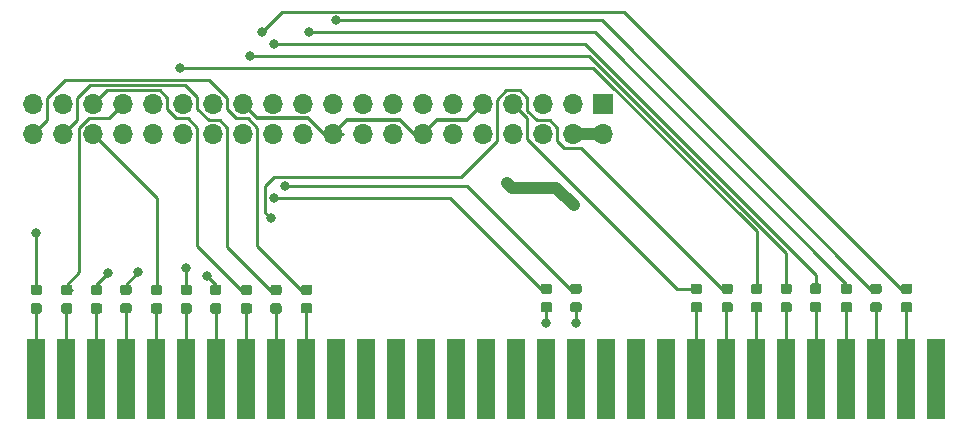
<source format=gbr>
G04 #@! TF.GenerationSoftware,KiCad,Pcbnew,(5.1.5)-3*
G04 #@! TF.CreationDate,2021-07-01T18:35:26+03:00*
G04 #@! TF.ProjectId,ISARPi,49534152-5069-42e6-9b69-6361645f7063,rev?*
G04 #@! TF.SameCoordinates,Original*
G04 #@! TF.FileFunction,Copper,L1,Top*
G04 #@! TF.FilePolarity,Positive*
%FSLAX46Y46*%
G04 Gerber Fmt 4.6, Leading zero omitted, Abs format (unit mm)*
G04 Created by KiCad (PCBNEW (5.1.5)-3) date 2021-07-01 18:35:26*
%MOMM*%
%LPD*%
G04 APERTURE LIST*
%ADD10C,0.100000*%
%ADD11O,1.700000X1.700000*%
%ADD12R,1.700000X1.700000*%
%ADD13R,1.524000X6.858000*%
%ADD14C,0.800000*%
%ADD15C,0.250000*%
%ADD16C,0.300000*%
%ADD17C,1.000000*%
G04 APERTURE END LIST*
G04 #@! TA.AperFunction,SMDPad,CuDef*
D10*
G36*
X135377691Y-83851053D02*
G01*
X135398926Y-83854203D01*
X135419750Y-83859419D01*
X135439962Y-83866651D01*
X135459368Y-83875830D01*
X135477781Y-83886866D01*
X135495024Y-83899654D01*
X135510930Y-83914070D01*
X135525346Y-83929976D01*
X135538134Y-83947219D01*
X135549170Y-83965632D01*
X135558349Y-83985038D01*
X135565581Y-84005250D01*
X135570797Y-84026074D01*
X135573947Y-84047309D01*
X135575000Y-84068750D01*
X135575000Y-84506250D01*
X135573947Y-84527691D01*
X135570797Y-84548926D01*
X135565581Y-84569750D01*
X135558349Y-84589962D01*
X135549170Y-84609368D01*
X135538134Y-84627781D01*
X135525346Y-84645024D01*
X135510930Y-84660930D01*
X135495024Y-84675346D01*
X135477781Y-84688134D01*
X135459368Y-84699170D01*
X135439962Y-84708349D01*
X135419750Y-84715581D01*
X135398926Y-84720797D01*
X135377691Y-84723947D01*
X135356250Y-84725000D01*
X134843750Y-84725000D01*
X134822309Y-84723947D01*
X134801074Y-84720797D01*
X134780250Y-84715581D01*
X134760038Y-84708349D01*
X134740632Y-84699170D01*
X134722219Y-84688134D01*
X134704976Y-84675346D01*
X134689070Y-84660930D01*
X134674654Y-84645024D01*
X134661866Y-84627781D01*
X134650830Y-84609368D01*
X134641651Y-84589962D01*
X134634419Y-84569750D01*
X134629203Y-84548926D01*
X134626053Y-84527691D01*
X134625000Y-84506250D01*
X134625000Y-84068750D01*
X134626053Y-84047309D01*
X134629203Y-84026074D01*
X134634419Y-84005250D01*
X134641651Y-83985038D01*
X134650830Y-83965632D01*
X134661866Y-83947219D01*
X134674654Y-83929976D01*
X134689070Y-83914070D01*
X134704976Y-83899654D01*
X134722219Y-83886866D01*
X134740632Y-83875830D01*
X134760038Y-83866651D01*
X134780250Y-83859419D01*
X134801074Y-83854203D01*
X134822309Y-83851053D01*
X134843750Y-83850000D01*
X135356250Y-83850000D01*
X135377691Y-83851053D01*
G37*
G04 #@! TD.AperFunction*
G04 #@! TA.AperFunction,SMDPad,CuDef*
G36*
X135377691Y-82276053D02*
G01*
X135398926Y-82279203D01*
X135419750Y-82284419D01*
X135439962Y-82291651D01*
X135459368Y-82300830D01*
X135477781Y-82311866D01*
X135495024Y-82324654D01*
X135510930Y-82339070D01*
X135525346Y-82354976D01*
X135538134Y-82372219D01*
X135549170Y-82390632D01*
X135558349Y-82410038D01*
X135565581Y-82430250D01*
X135570797Y-82451074D01*
X135573947Y-82472309D01*
X135575000Y-82493750D01*
X135575000Y-82931250D01*
X135573947Y-82952691D01*
X135570797Y-82973926D01*
X135565581Y-82994750D01*
X135558349Y-83014962D01*
X135549170Y-83034368D01*
X135538134Y-83052781D01*
X135525346Y-83070024D01*
X135510930Y-83085930D01*
X135495024Y-83100346D01*
X135477781Y-83113134D01*
X135459368Y-83124170D01*
X135439962Y-83133349D01*
X135419750Y-83140581D01*
X135398926Y-83145797D01*
X135377691Y-83148947D01*
X135356250Y-83150000D01*
X134843750Y-83150000D01*
X134822309Y-83148947D01*
X134801074Y-83145797D01*
X134780250Y-83140581D01*
X134760038Y-83133349D01*
X134740632Y-83124170D01*
X134722219Y-83113134D01*
X134704976Y-83100346D01*
X134689070Y-83085930D01*
X134674654Y-83070024D01*
X134661866Y-83052781D01*
X134650830Y-83034368D01*
X134641651Y-83014962D01*
X134634419Y-82994750D01*
X134629203Y-82973926D01*
X134626053Y-82952691D01*
X134625000Y-82931250D01*
X134625000Y-82493750D01*
X134626053Y-82472309D01*
X134629203Y-82451074D01*
X134634419Y-82430250D01*
X134641651Y-82410038D01*
X134650830Y-82390632D01*
X134661866Y-82372219D01*
X134674654Y-82354976D01*
X134689070Y-82339070D01*
X134704976Y-82324654D01*
X134722219Y-82311866D01*
X134740632Y-82300830D01*
X134760038Y-82291651D01*
X134780250Y-82284419D01*
X134801074Y-82279203D01*
X134822309Y-82276053D01*
X134843750Y-82275000D01*
X135356250Y-82275000D01*
X135377691Y-82276053D01*
G37*
G04 #@! TD.AperFunction*
G04 #@! TA.AperFunction,SMDPad,CuDef*
G36*
X137877691Y-83851053D02*
G01*
X137898926Y-83854203D01*
X137919750Y-83859419D01*
X137939962Y-83866651D01*
X137959368Y-83875830D01*
X137977781Y-83886866D01*
X137995024Y-83899654D01*
X138010930Y-83914070D01*
X138025346Y-83929976D01*
X138038134Y-83947219D01*
X138049170Y-83965632D01*
X138058349Y-83985038D01*
X138065581Y-84005250D01*
X138070797Y-84026074D01*
X138073947Y-84047309D01*
X138075000Y-84068750D01*
X138075000Y-84506250D01*
X138073947Y-84527691D01*
X138070797Y-84548926D01*
X138065581Y-84569750D01*
X138058349Y-84589962D01*
X138049170Y-84609368D01*
X138038134Y-84627781D01*
X138025346Y-84645024D01*
X138010930Y-84660930D01*
X137995024Y-84675346D01*
X137977781Y-84688134D01*
X137959368Y-84699170D01*
X137939962Y-84708349D01*
X137919750Y-84715581D01*
X137898926Y-84720797D01*
X137877691Y-84723947D01*
X137856250Y-84725000D01*
X137343750Y-84725000D01*
X137322309Y-84723947D01*
X137301074Y-84720797D01*
X137280250Y-84715581D01*
X137260038Y-84708349D01*
X137240632Y-84699170D01*
X137222219Y-84688134D01*
X137204976Y-84675346D01*
X137189070Y-84660930D01*
X137174654Y-84645024D01*
X137161866Y-84627781D01*
X137150830Y-84609368D01*
X137141651Y-84589962D01*
X137134419Y-84569750D01*
X137129203Y-84548926D01*
X137126053Y-84527691D01*
X137125000Y-84506250D01*
X137125000Y-84068750D01*
X137126053Y-84047309D01*
X137129203Y-84026074D01*
X137134419Y-84005250D01*
X137141651Y-83985038D01*
X137150830Y-83965632D01*
X137161866Y-83947219D01*
X137174654Y-83929976D01*
X137189070Y-83914070D01*
X137204976Y-83899654D01*
X137222219Y-83886866D01*
X137240632Y-83875830D01*
X137260038Y-83866651D01*
X137280250Y-83859419D01*
X137301074Y-83854203D01*
X137322309Y-83851053D01*
X137343750Y-83850000D01*
X137856250Y-83850000D01*
X137877691Y-83851053D01*
G37*
G04 #@! TD.AperFunction*
G04 #@! TA.AperFunction,SMDPad,CuDef*
G36*
X137877691Y-82276053D02*
G01*
X137898926Y-82279203D01*
X137919750Y-82284419D01*
X137939962Y-82291651D01*
X137959368Y-82300830D01*
X137977781Y-82311866D01*
X137995024Y-82324654D01*
X138010930Y-82339070D01*
X138025346Y-82354976D01*
X138038134Y-82372219D01*
X138049170Y-82390632D01*
X138058349Y-82410038D01*
X138065581Y-82430250D01*
X138070797Y-82451074D01*
X138073947Y-82472309D01*
X138075000Y-82493750D01*
X138075000Y-82931250D01*
X138073947Y-82952691D01*
X138070797Y-82973926D01*
X138065581Y-82994750D01*
X138058349Y-83014962D01*
X138049170Y-83034368D01*
X138038134Y-83052781D01*
X138025346Y-83070024D01*
X138010930Y-83085930D01*
X137995024Y-83100346D01*
X137977781Y-83113134D01*
X137959368Y-83124170D01*
X137939962Y-83133349D01*
X137919750Y-83140581D01*
X137898926Y-83145797D01*
X137877691Y-83148947D01*
X137856250Y-83150000D01*
X137343750Y-83150000D01*
X137322309Y-83148947D01*
X137301074Y-83145797D01*
X137280250Y-83140581D01*
X137260038Y-83133349D01*
X137240632Y-83124170D01*
X137222219Y-83113134D01*
X137204976Y-83100346D01*
X137189070Y-83085930D01*
X137174654Y-83070024D01*
X137161866Y-83052781D01*
X137150830Y-83034368D01*
X137141651Y-83014962D01*
X137134419Y-82994750D01*
X137129203Y-82973926D01*
X137126053Y-82952691D01*
X137125000Y-82931250D01*
X137125000Y-82493750D01*
X137126053Y-82472309D01*
X137129203Y-82451074D01*
X137134419Y-82430250D01*
X137141651Y-82410038D01*
X137150830Y-82390632D01*
X137161866Y-82372219D01*
X137174654Y-82354976D01*
X137189070Y-82339070D01*
X137204976Y-82324654D01*
X137222219Y-82311866D01*
X137240632Y-82300830D01*
X137260038Y-82291651D01*
X137280250Y-82284419D01*
X137301074Y-82279203D01*
X137322309Y-82276053D01*
X137343750Y-82275000D01*
X137856250Y-82275000D01*
X137877691Y-82276053D01*
G37*
G04 #@! TD.AperFunction*
G04 #@! TA.AperFunction,SMDPad,CuDef*
G36*
X165877691Y-83851053D02*
G01*
X165898926Y-83854203D01*
X165919750Y-83859419D01*
X165939962Y-83866651D01*
X165959368Y-83875830D01*
X165977781Y-83886866D01*
X165995024Y-83899654D01*
X166010930Y-83914070D01*
X166025346Y-83929976D01*
X166038134Y-83947219D01*
X166049170Y-83965632D01*
X166058349Y-83985038D01*
X166065581Y-84005250D01*
X166070797Y-84026074D01*
X166073947Y-84047309D01*
X166075000Y-84068750D01*
X166075000Y-84506250D01*
X166073947Y-84527691D01*
X166070797Y-84548926D01*
X166065581Y-84569750D01*
X166058349Y-84589962D01*
X166049170Y-84609368D01*
X166038134Y-84627781D01*
X166025346Y-84645024D01*
X166010930Y-84660930D01*
X165995024Y-84675346D01*
X165977781Y-84688134D01*
X165959368Y-84699170D01*
X165939962Y-84708349D01*
X165919750Y-84715581D01*
X165898926Y-84720797D01*
X165877691Y-84723947D01*
X165856250Y-84725000D01*
X165343750Y-84725000D01*
X165322309Y-84723947D01*
X165301074Y-84720797D01*
X165280250Y-84715581D01*
X165260038Y-84708349D01*
X165240632Y-84699170D01*
X165222219Y-84688134D01*
X165204976Y-84675346D01*
X165189070Y-84660930D01*
X165174654Y-84645024D01*
X165161866Y-84627781D01*
X165150830Y-84609368D01*
X165141651Y-84589962D01*
X165134419Y-84569750D01*
X165129203Y-84548926D01*
X165126053Y-84527691D01*
X165125000Y-84506250D01*
X165125000Y-84068750D01*
X165126053Y-84047309D01*
X165129203Y-84026074D01*
X165134419Y-84005250D01*
X165141651Y-83985038D01*
X165150830Y-83965632D01*
X165161866Y-83947219D01*
X165174654Y-83929976D01*
X165189070Y-83914070D01*
X165204976Y-83899654D01*
X165222219Y-83886866D01*
X165240632Y-83875830D01*
X165260038Y-83866651D01*
X165280250Y-83859419D01*
X165301074Y-83854203D01*
X165322309Y-83851053D01*
X165343750Y-83850000D01*
X165856250Y-83850000D01*
X165877691Y-83851053D01*
G37*
G04 #@! TD.AperFunction*
G04 #@! TA.AperFunction,SMDPad,CuDef*
G36*
X165877691Y-82276053D02*
G01*
X165898926Y-82279203D01*
X165919750Y-82284419D01*
X165939962Y-82291651D01*
X165959368Y-82300830D01*
X165977781Y-82311866D01*
X165995024Y-82324654D01*
X166010930Y-82339070D01*
X166025346Y-82354976D01*
X166038134Y-82372219D01*
X166049170Y-82390632D01*
X166058349Y-82410038D01*
X166065581Y-82430250D01*
X166070797Y-82451074D01*
X166073947Y-82472309D01*
X166075000Y-82493750D01*
X166075000Y-82931250D01*
X166073947Y-82952691D01*
X166070797Y-82973926D01*
X166065581Y-82994750D01*
X166058349Y-83014962D01*
X166049170Y-83034368D01*
X166038134Y-83052781D01*
X166025346Y-83070024D01*
X166010930Y-83085930D01*
X165995024Y-83100346D01*
X165977781Y-83113134D01*
X165959368Y-83124170D01*
X165939962Y-83133349D01*
X165919750Y-83140581D01*
X165898926Y-83145797D01*
X165877691Y-83148947D01*
X165856250Y-83150000D01*
X165343750Y-83150000D01*
X165322309Y-83148947D01*
X165301074Y-83145797D01*
X165280250Y-83140581D01*
X165260038Y-83133349D01*
X165240632Y-83124170D01*
X165222219Y-83113134D01*
X165204976Y-83100346D01*
X165189070Y-83085930D01*
X165174654Y-83070024D01*
X165161866Y-83052781D01*
X165150830Y-83034368D01*
X165141651Y-83014962D01*
X165134419Y-82994750D01*
X165129203Y-82973926D01*
X165126053Y-82952691D01*
X165125000Y-82931250D01*
X165125000Y-82493750D01*
X165126053Y-82472309D01*
X165129203Y-82451074D01*
X165134419Y-82430250D01*
X165141651Y-82410038D01*
X165150830Y-82390632D01*
X165161866Y-82372219D01*
X165174654Y-82354976D01*
X165189070Y-82339070D01*
X165204976Y-82324654D01*
X165222219Y-82311866D01*
X165240632Y-82300830D01*
X165260038Y-82291651D01*
X165280250Y-82284419D01*
X165301074Y-82279203D01*
X165322309Y-82276053D01*
X165343750Y-82275000D01*
X165856250Y-82275000D01*
X165877691Y-82276053D01*
G37*
G04 #@! TD.AperFunction*
G04 #@! TA.AperFunction,SMDPad,CuDef*
G36*
X163277691Y-83851053D02*
G01*
X163298926Y-83854203D01*
X163319750Y-83859419D01*
X163339962Y-83866651D01*
X163359368Y-83875830D01*
X163377781Y-83886866D01*
X163395024Y-83899654D01*
X163410930Y-83914070D01*
X163425346Y-83929976D01*
X163438134Y-83947219D01*
X163449170Y-83965632D01*
X163458349Y-83985038D01*
X163465581Y-84005250D01*
X163470797Y-84026074D01*
X163473947Y-84047309D01*
X163475000Y-84068750D01*
X163475000Y-84506250D01*
X163473947Y-84527691D01*
X163470797Y-84548926D01*
X163465581Y-84569750D01*
X163458349Y-84589962D01*
X163449170Y-84609368D01*
X163438134Y-84627781D01*
X163425346Y-84645024D01*
X163410930Y-84660930D01*
X163395024Y-84675346D01*
X163377781Y-84688134D01*
X163359368Y-84699170D01*
X163339962Y-84708349D01*
X163319750Y-84715581D01*
X163298926Y-84720797D01*
X163277691Y-84723947D01*
X163256250Y-84725000D01*
X162743750Y-84725000D01*
X162722309Y-84723947D01*
X162701074Y-84720797D01*
X162680250Y-84715581D01*
X162660038Y-84708349D01*
X162640632Y-84699170D01*
X162622219Y-84688134D01*
X162604976Y-84675346D01*
X162589070Y-84660930D01*
X162574654Y-84645024D01*
X162561866Y-84627781D01*
X162550830Y-84609368D01*
X162541651Y-84589962D01*
X162534419Y-84569750D01*
X162529203Y-84548926D01*
X162526053Y-84527691D01*
X162525000Y-84506250D01*
X162525000Y-84068750D01*
X162526053Y-84047309D01*
X162529203Y-84026074D01*
X162534419Y-84005250D01*
X162541651Y-83985038D01*
X162550830Y-83965632D01*
X162561866Y-83947219D01*
X162574654Y-83929976D01*
X162589070Y-83914070D01*
X162604976Y-83899654D01*
X162622219Y-83886866D01*
X162640632Y-83875830D01*
X162660038Y-83866651D01*
X162680250Y-83859419D01*
X162701074Y-83854203D01*
X162722309Y-83851053D01*
X162743750Y-83850000D01*
X163256250Y-83850000D01*
X163277691Y-83851053D01*
G37*
G04 #@! TD.AperFunction*
G04 #@! TA.AperFunction,SMDPad,CuDef*
G36*
X163277691Y-82276053D02*
G01*
X163298926Y-82279203D01*
X163319750Y-82284419D01*
X163339962Y-82291651D01*
X163359368Y-82300830D01*
X163377781Y-82311866D01*
X163395024Y-82324654D01*
X163410930Y-82339070D01*
X163425346Y-82354976D01*
X163438134Y-82372219D01*
X163449170Y-82390632D01*
X163458349Y-82410038D01*
X163465581Y-82430250D01*
X163470797Y-82451074D01*
X163473947Y-82472309D01*
X163475000Y-82493750D01*
X163475000Y-82931250D01*
X163473947Y-82952691D01*
X163470797Y-82973926D01*
X163465581Y-82994750D01*
X163458349Y-83014962D01*
X163449170Y-83034368D01*
X163438134Y-83052781D01*
X163425346Y-83070024D01*
X163410930Y-83085930D01*
X163395024Y-83100346D01*
X163377781Y-83113134D01*
X163359368Y-83124170D01*
X163339962Y-83133349D01*
X163319750Y-83140581D01*
X163298926Y-83145797D01*
X163277691Y-83148947D01*
X163256250Y-83150000D01*
X162743750Y-83150000D01*
X162722309Y-83148947D01*
X162701074Y-83145797D01*
X162680250Y-83140581D01*
X162660038Y-83133349D01*
X162640632Y-83124170D01*
X162622219Y-83113134D01*
X162604976Y-83100346D01*
X162589070Y-83085930D01*
X162574654Y-83070024D01*
X162561866Y-83052781D01*
X162550830Y-83034368D01*
X162541651Y-83014962D01*
X162534419Y-82994750D01*
X162529203Y-82973926D01*
X162526053Y-82952691D01*
X162525000Y-82931250D01*
X162525000Y-82493750D01*
X162526053Y-82472309D01*
X162529203Y-82451074D01*
X162534419Y-82430250D01*
X162541651Y-82410038D01*
X162550830Y-82390632D01*
X162561866Y-82372219D01*
X162574654Y-82354976D01*
X162589070Y-82339070D01*
X162604976Y-82324654D01*
X162622219Y-82311866D01*
X162640632Y-82300830D01*
X162660038Y-82291651D01*
X162680250Y-82284419D01*
X162701074Y-82279203D01*
X162722309Y-82276053D01*
X162743750Y-82275000D01*
X163256250Y-82275000D01*
X163277691Y-82276053D01*
G37*
G04 #@! TD.AperFunction*
G04 #@! TA.AperFunction,SMDPad,CuDef*
G36*
X160777691Y-83851053D02*
G01*
X160798926Y-83854203D01*
X160819750Y-83859419D01*
X160839962Y-83866651D01*
X160859368Y-83875830D01*
X160877781Y-83886866D01*
X160895024Y-83899654D01*
X160910930Y-83914070D01*
X160925346Y-83929976D01*
X160938134Y-83947219D01*
X160949170Y-83965632D01*
X160958349Y-83985038D01*
X160965581Y-84005250D01*
X160970797Y-84026074D01*
X160973947Y-84047309D01*
X160975000Y-84068750D01*
X160975000Y-84506250D01*
X160973947Y-84527691D01*
X160970797Y-84548926D01*
X160965581Y-84569750D01*
X160958349Y-84589962D01*
X160949170Y-84609368D01*
X160938134Y-84627781D01*
X160925346Y-84645024D01*
X160910930Y-84660930D01*
X160895024Y-84675346D01*
X160877781Y-84688134D01*
X160859368Y-84699170D01*
X160839962Y-84708349D01*
X160819750Y-84715581D01*
X160798926Y-84720797D01*
X160777691Y-84723947D01*
X160756250Y-84725000D01*
X160243750Y-84725000D01*
X160222309Y-84723947D01*
X160201074Y-84720797D01*
X160180250Y-84715581D01*
X160160038Y-84708349D01*
X160140632Y-84699170D01*
X160122219Y-84688134D01*
X160104976Y-84675346D01*
X160089070Y-84660930D01*
X160074654Y-84645024D01*
X160061866Y-84627781D01*
X160050830Y-84609368D01*
X160041651Y-84589962D01*
X160034419Y-84569750D01*
X160029203Y-84548926D01*
X160026053Y-84527691D01*
X160025000Y-84506250D01*
X160025000Y-84068750D01*
X160026053Y-84047309D01*
X160029203Y-84026074D01*
X160034419Y-84005250D01*
X160041651Y-83985038D01*
X160050830Y-83965632D01*
X160061866Y-83947219D01*
X160074654Y-83929976D01*
X160089070Y-83914070D01*
X160104976Y-83899654D01*
X160122219Y-83886866D01*
X160140632Y-83875830D01*
X160160038Y-83866651D01*
X160180250Y-83859419D01*
X160201074Y-83854203D01*
X160222309Y-83851053D01*
X160243750Y-83850000D01*
X160756250Y-83850000D01*
X160777691Y-83851053D01*
G37*
G04 #@! TD.AperFunction*
G04 #@! TA.AperFunction,SMDPad,CuDef*
G36*
X160777691Y-82276053D02*
G01*
X160798926Y-82279203D01*
X160819750Y-82284419D01*
X160839962Y-82291651D01*
X160859368Y-82300830D01*
X160877781Y-82311866D01*
X160895024Y-82324654D01*
X160910930Y-82339070D01*
X160925346Y-82354976D01*
X160938134Y-82372219D01*
X160949170Y-82390632D01*
X160958349Y-82410038D01*
X160965581Y-82430250D01*
X160970797Y-82451074D01*
X160973947Y-82472309D01*
X160975000Y-82493750D01*
X160975000Y-82931250D01*
X160973947Y-82952691D01*
X160970797Y-82973926D01*
X160965581Y-82994750D01*
X160958349Y-83014962D01*
X160949170Y-83034368D01*
X160938134Y-83052781D01*
X160925346Y-83070024D01*
X160910930Y-83085930D01*
X160895024Y-83100346D01*
X160877781Y-83113134D01*
X160859368Y-83124170D01*
X160839962Y-83133349D01*
X160819750Y-83140581D01*
X160798926Y-83145797D01*
X160777691Y-83148947D01*
X160756250Y-83150000D01*
X160243750Y-83150000D01*
X160222309Y-83148947D01*
X160201074Y-83145797D01*
X160180250Y-83140581D01*
X160160038Y-83133349D01*
X160140632Y-83124170D01*
X160122219Y-83113134D01*
X160104976Y-83100346D01*
X160089070Y-83085930D01*
X160074654Y-83070024D01*
X160061866Y-83052781D01*
X160050830Y-83034368D01*
X160041651Y-83014962D01*
X160034419Y-82994750D01*
X160029203Y-82973926D01*
X160026053Y-82952691D01*
X160025000Y-82931250D01*
X160025000Y-82493750D01*
X160026053Y-82472309D01*
X160029203Y-82451074D01*
X160034419Y-82430250D01*
X160041651Y-82410038D01*
X160050830Y-82390632D01*
X160061866Y-82372219D01*
X160074654Y-82354976D01*
X160089070Y-82339070D01*
X160104976Y-82324654D01*
X160122219Y-82311866D01*
X160140632Y-82300830D01*
X160160038Y-82291651D01*
X160180250Y-82284419D01*
X160201074Y-82279203D01*
X160222309Y-82276053D01*
X160243750Y-82275000D01*
X160756250Y-82275000D01*
X160777691Y-82276053D01*
G37*
G04 #@! TD.AperFunction*
G04 #@! TA.AperFunction,SMDPad,CuDef*
G36*
X158177691Y-83838553D02*
G01*
X158198926Y-83841703D01*
X158219750Y-83846919D01*
X158239962Y-83854151D01*
X158259368Y-83863330D01*
X158277781Y-83874366D01*
X158295024Y-83887154D01*
X158310930Y-83901570D01*
X158325346Y-83917476D01*
X158338134Y-83934719D01*
X158349170Y-83953132D01*
X158358349Y-83972538D01*
X158365581Y-83992750D01*
X158370797Y-84013574D01*
X158373947Y-84034809D01*
X158375000Y-84056250D01*
X158375000Y-84493750D01*
X158373947Y-84515191D01*
X158370797Y-84536426D01*
X158365581Y-84557250D01*
X158358349Y-84577462D01*
X158349170Y-84596868D01*
X158338134Y-84615281D01*
X158325346Y-84632524D01*
X158310930Y-84648430D01*
X158295024Y-84662846D01*
X158277781Y-84675634D01*
X158259368Y-84686670D01*
X158239962Y-84695849D01*
X158219750Y-84703081D01*
X158198926Y-84708297D01*
X158177691Y-84711447D01*
X158156250Y-84712500D01*
X157643750Y-84712500D01*
X157622309Y-84711447D01*
X157601074Y-84708297D01*
X157580250Y-84703081D01*
X157560038Y-84695849D01*
X157540632Y-84686670D01*
X157522219Y-84675634D01*
X157504976Y-84662846D01*
X157489070Y-84648430D01*
X157474654Y-84632524D01*
X157461866Y-84615281D01*
X157450830Y-84596868D01*
X157441651Y-84577462D01*
X157434419Y-84557250D01*
X157429203Y-84536426D01*
X157426053Y-84515191D01*
X157425000Y-84493750D01*
X157425000Y-84056250D01*
X157426053Y-84034809D01*
X157429203Y-84013574D01*
X157434419Y-83992750D01*
X157441651Y-83972538D01*
X157450830Y-83953132D01*
X157461866Y-83934719D01*
X157474654Y-83917476D01*
X157489070Y-83901570D01*
X157504976Y-83887154D01*
X157522219Y-83874366D01*
X157540632Y-83863330D01*
X157560038Y-83854151D01*
X157580250Y-83846919D01*
X157601074Y-83841703D01*
X157622309Y-83838553D01*
X157643750Y-83837500D01*
X158156250Y-83837500D01*
X158177691Y-83838553D01*
G37*
G04 #@! TD.AperFunction*
G04 #@! TA.AperFunction,SMDPad,CuDef*
G36*
X158177691Y-82263553D02*
G01*
X158198926Y-82266703D01*
X158219750Y-82271919D01*
X158239962Y-82279151D01*
X158259368Y-82288330D01*
X158277781Y-82299366D01*
X158295024Y-82312154D01*
X158310930Y-82326570D01*
X158325346Y-82342476D01*
X158338134Y-82359719D01*
X158349170Y-82378132D01*
X158358349Y-82397538D01*
X158365581Y-82417750D01*
X158370797Y-82438574D01*
X158373947Y-82459809D01*
X158375000Y-82481250D01*
X158375000Y-82918750D01*
X158373947Y-82940191D01*
X158370797Y-82961426D01*
X158365581Y-82982250D01*
X158358349Y-83002462D01*
X158349170Y-83021868D01*
X158338134Y-83040281D01*
X158325346Y-83057524D01*
X158310930Y-83073430D01*
X158295024Y-83087846D01*
X158277781Y-83100634D01*
X158259368Y-83111670D01*
X158239962Y-83120849D01*
X158219750Y-83128081D01*
X158198926Y-83133297D01*
X158177691Y-83136447D01*
X158156250Y-83137500D01*
X157643750Y-83137500D01*
X157622309Y-83136447D01*
X157601074Y-83133297D01*
X157580250Y-83128081D01*
X157560038Y-83120849D01*
X157540632Y-83111670D01*
X157522219Y-83100634D01*
X157504976Y-83087846D01*
X157489070Y-83073430D01*
X157474654Y-83057524D01*
X157461866Y-83040281D01*
X157450830Y-83021868D01*
X157441651Y-83002462D01*
X157434419Y-82982250D01*
X157429203Y-82961426D01*
X157426053Y-82940191D01*
X157425000Y-82918750D01*
X157425000Y-82481250D01*
X157426053Y-82459809D01*
X157429203Y-82438574D01*
X157434419Y-82417750D01*
X157441651Y-82397538D01*
X157450830Y-82378132D01*
X157461866Y-82359719D01*
X157474654Y-82342476D01*
X157489070Y-82326570D01*
X157504976Y-82312154D01*
X157522219Y-82299366D01*
X157540632Y-82288330D01*
X157560038Y-82279151D01*
X157580250Y-82271919D01*
X157601074Y-82266703D01*
X157622309Y-82263553D01*
X157643750Y-82262500D01*
X158156250Y-82262500D01*
X158177691Y-82263553D01*
G37*
G04 #@! TD.AperFunction*
G04 #@! TA.AperFunction,SMDPad,CuDef*
G36*
X155677691Y-83851053D02*
G01*
X155698926Y-83854203D01*
X155719750Y-83859419D01*
X155739962Y-83866651D01*
X155759368Y-83875830D01*
X155777781Y-83886866D01*
X155795024Y-83899654D01*
X155810930Y-83914070D01*
X155825346Y-83929976D01*
X155838134Y-83947219D01*
X155849170Y-83965632D01*
X155858349Y-83985038D01*
X155865581Y-84005250D01*
X155870797Y-84026074D01*
X155873947Y-84047309D01*
X155875000Y-84068750D01*
X155875000Y-84506250D01*
X155873947Y-84527691D01*
X155870797Y-84548926D01*
X155865581Y-84569750D01*
X155858349Y-84589962D01*
X155849170Y-84609368D01*
X155838134Y-84627781D01*
X155825346Y-84645024D01*
X155810930Y-84660930D01*
X155795024Y-84675346D01*
X155777781Y-84688134D01*
X155759368Y-84699170D01*
X155739962Y-84708349D01*
X155719750Y-84715581D01*
X155698926Y-84720797D01*
X155677691Y-84723947D01*
X155656250Y-84725000D01*
X155143750Y-84725000D01*
X155122309Y-84723947D01*
X155101074Y-84720797D01*
X155080250Y-84715581D01*
X155060038Y-84708349D01*
X155040632Y-84699170D01*
X155022219Y-84688134D01*
X155004976Y-84675346D01*
X154989070Y-84660930D01*
X154974654Y-84645024D01*
X154961866Y-84627781D01*
X154950830Y-84609368D01*
X154941651Y-84589962D01*
X154934419Y-84569750D01*
X154929203Y-84548926D01*
X154926053Y-84527691D01*
X154925000Y-84506250D01*
X154925000Y-84068750D01*
X154926053Y-84047309D01*
X154929203Y-84026074D01*
X154934419Y-84005250D01*
X154941651Y-83985038D01*
X154950830Y-83965632D01*
X154961866Y-83947219D01*
X154974654Y-83929976D01*
X154989070Y-83914070D01*
X155004976Y-83899654D01*
X155022219Y-83886866D01*
X155040632Y-83875830D01*
X155060038Y-83866651D01*
X155080250Y-83859419D01*
X155101074Y-83854203D01*
X155122309Y-83851053D01*
X155143750Y-83850000D01*
X155656250Y-83850000D01*
X155677691Y-83851053D01*
G37*
G04 #@! TD.AperFunction*
G04 #@! TA.AperFunction,SMDPad,CuDef*
G36*
X155677691Y-82276053D02*
G01*
X155698926Y-82279203D01*
X155719750Y-82284419D01*
X155739962Y-82291651D01*
X155759368Y-82300830D01*
X155777781Y-82311866D01*
X155795024Y-82324654D01*
X155810930Y-82339070D01*
X155825346Y-82354976D01*
X155838134Y-82372219D01*
X155849170Y-82390632D01*
X155858349Y-82410038D01*
X155865581Y-82430250D01*
X155870797Y-82451074D01*
X155873947Y-82472309D01*
X155875000Y-82493750D01*
X155875000Y-82931250D01*
X155873947Y-82952691D01*
X155870797Y-82973926D01*
X155865581Y-82994750D01*
X155858349Y-83014962D01*
X155849170Y-83034368D01*
X155838134Y-83052781D01*
X155825346Y-83070024D01*
X155810930Y-83085930D01*
X155795024Y-83100346D01*
X155777781Y-83113134D01*
X155759368Y-83124170D01*
X155739962Y-83133349D01*
X155719750Y-83140581D01*
X155698926Y-83145797D01*
X155677691Y-83148947D01*
X155656250Y-83150000D01*
X155143750Y-83150000D01*
X155122309Y-83148947D01*
X155101074Y-83145797D01*
X155080250Y-83140581D01*
X155060038Y-83133349D01*
X155040632Y-83124170D01*
X155022219Y-83113134D01*
X155004976Y-83100346D01*
X154989070Y-83085930D01*
X154974654Y-83070024D01*
X154961866Y-83052781D01*
X154950830Y-83034368D01*
X154941651Y-83014962D01*
X154934419Y-82994750D01*
X154929203Y-82973926D01*
X154926053Y-82952691D01*
X154925000Y-82931250D01*
X154925000Y-82493750D01*
X154926053Y-82472309D01*
X154929203Y-82451074D01*
X154934419Y-82430250D01*
X154941651Y-82410038D01*
X154950830Y-82390632D01*
X154961866Y-82372219D01*
X154974654Y-82354976D01*
X154989070Y-82339070D01*
X155004976Y-82324654D01*
X155022219Y-82311866D01*
X155040632Y-82300830D01*
X155060038Y-82291651D01*
X155080250Y-82284419D01*
X155101074Y-82279203D01*
X155122309Y-82276053D01*
X155143750Y-82275000D01*
X155656250Y-82275000D01*
X155677691Y-82276053D01*
G37*
G04 #@! TD.AperFunction*
G04 #@! TA.AperFunction,SMDPad,CuDef*
G36*
X153177691Y-83851053D02*
G01*
X153198926Y-83854203D01*
X153219750Y-83859419D01*
X153239962Y-83866651D01*
X153259368Y-83875830D01*
X153277781Y-83886866D01*
X153295024Y-83899654D01*
X153310930Y-83914070D01*
X153325346Y-83929976D01*
X153338134Y-83947219D01*
X153349170Y-83965632D01*
X153358349Y-83985038D01*
X153365581Y-84005250D01*
X153370797Y-84026074D01*
X153373947Y-84047309D01*
X153375000Y-84068750D01*
X153375000Y-84506250D01*
X153373947Y-84527691D01*
X153370797Y-84548926D01*
X153365581Y-84569750D01*
X153358349Y-84589962D01*
X153349170Y-84609368D01*
X153338134Y-84627781D01*
X153325346Y-84645024D01*
X153310930Y-84660930D01*
X153295024Y-84675346D01*
X153277781Y-84688134D01*
X153259368Y-84699170D01*
X153239962Y-84708349D01*
X153219750Y-84715581D01*
X153198926Y-84720797D01*
X153177691Y-84723947D01*
X153156250Y-84725000D01*
X152643750Y-84725000D01*
X152622309Y-84723947D01*
X152601074Y-84720797D01*
X152580250Y-84715581D01*
X152560038Y-84708349D01*
X152540632Y-84699170D01*
X152522219Y-84688134D01*
X152504976Y-84675346D01*
X152489070Y-84660930D01*
X152474654Y-84645024D01*
X152461866Y-84627781D01*
X152450830Y-84609368D01*
X152441651Y-84589962D01*
X152434419Y-84569750D01*
X152429203Y-84548926D01*
X152426053Y-84527691D01*
X152425000Y-84506250D01*
X152425000Y-84068750D01*
X152426053Y-84047309D01*
X152429203Y-84026074D01*
X152434419Y-84005250D01*
X152441651Y-83985038D01*
X152450830Y-83965632D01*
X152461866Y-83947219D01*
X152474654Y-83929976D01*
X152489070Y-83914070D01*
X152504976Y-83899654D01*
X152522219Y-83886866D01*
X152540632Y-83875830D01*
X152560038Y-83866651D01*
X152580250Y-83859419D01*
X152601074Y-83854203D01*
X152622309Y-83851053D01*
X152643750Y-83850000D01*
X153156250Y-83850000D01*
X153177691Y-83851053D01*
G37*
G04 #@! TD.AperFunction*
G04 #@! TA.AperFunction,SMDPad,CuDef*
G36*
X153177691Y-82276053D02*
G01*
X153198926Y-82279203D01*
X153219750Y-82284419D01*
X153239962Y-82291651D01*
X153259368Y-82300830D01*
X153277781Y-82311866D01*
X153295024Y-82324654D01*
X153310930Y-82339070D01*
X153325346Y-82354976D01*
X153338134Y-82372219D01*
X153349170Y-82390632D01*
X153358349Y-82410038D01*
X153365581Y-82430250D01*
X153370797Y-82451074D01*
X153373947Y-82472309D01*
X153375000Y-82493750D01*
X153375000Y-82931250D01*
X153373947Y-82952691D01*
X153370797Y-82973926D01*
X153365581Y-82994750D01*
X153358349Y-83014962D01*
X153349170Y-83034368D01*
X153338134Y-83052781D01*
X153325346Y-83070024D01*
X153310930Y-83085930D01*
X153295024Y-83100346D01*
X153277781Y-83113134D01*
X153259368Y-83124170D01*
X153239962Y-83133349D01*
X153219750Y-83140581D01*
X153198926Y-83145797D01*
X153177691Y-83148947D01*
X153156250Y-83150000D01*
X152643750Y-83150000D01*
X152622309Y-83148947D01*
X152601074Y-83145797D01*
X152580250Y-83140581D01*
X152560038Y-83133349D01*
X152540632Y-83124170D01*
X152522219Y-83113134D01*
X152504976Y-83100346D01*
X152489070Y-83085930D01*
X152474654Y-83070024D01*
X152461866Y-83052781D01*
X152450830Y-83034368D01*
X152441651Y-83014962D01*
X152434419Y-82994750D01*
X152429203Y-82973926D01*
X152426053Y-82952691D01*
X152425000Y-82931250D01*
X152425000Y-82493750D01*
X152426053Y-82472309D01*
X152429203Y-82451074D01*
X152434419Y-82430250D01*
X152441651Y-82410038D01*
X152450830Y-82390632D01*
X152461866Y-82372219D01*
X152474654Y-82354976D01*
X152489070Y-82339070D01*
X152504976Y-82324654D01*
X152522219Y-82311866D01*
X152540632Y-82300830D01*
X152560038Y-82291651D01*
X152580250Y-82284419D01*
X152601074Y-82279203D01*
X152622309Y-82276053D01*
X152643750Y-82275000D01*
X153156250Y-82275000D01*
X153177691Y-82276053D01*
G37*
G04 #@! TD.AperFunction*
G04 #@! TA.AperFunction,SMDPad,CuDef*
G36*
X150677691Y-83851053D02*
G01*
X150698926Y-83854203D01*
X150719750Y-83859419D01*
X150739962Y-83866651D01*
X150759368Y-83875830D01*
X150777781Y-83886866D01*
X150795024Y-83899654D01*
X150810930Y-83914070D01*
X150825346Y-83929976D01*
X150838134Y-83947219D01*
X150849170Y-83965632D01*
X150858349Y-83985038D01*
X150865581Y-84005250D01*
X150870797Y-84026074D01*
X150873947Y-84047309D01*
X150875000Y-84068750D01*
X150875000Y-84506250D01*
X150873947Y-84527691D01*
X150870797Y-84548926D01*
X150865581Y-84569750D01*
X150858349Y-84589962D01*
X150849170Y-84609368D01*
X150838134Y-84627781D01*
X150825346Y-84645024D01*
X150810930Y-84660930D01*
X150795024Y-84675346D01*
X150777781Y-84688134D01*
X150759368Y-84699170D01*
X150739962Y-84708349D01*
X150719750Y-84715581D01*
X150698926Y-84720797D01*
X150677691Y-84723947D01*
X150656250Y-84725000D01*
X150143750Y-84725000D01*
X150122309Y-84723947D01*
X150101074Y-84720797D01*
X150080250Y-84715581D01*
X150060038Y-84708349D01*
X150040632Y-84699170D01*
X150022219Y-84688134D01*
X150004976Y-84675346D01*
X149989070Y-84660930D01*
X149974654Y-84645024D01*
X149961866Y-84627781D01*
X149950830Y-84609368D01*
X149941651Y-84589962D01*
X149934419Y-84569750D01*
X149929203Y-84548926D01*
X149926053Y-84527691D01*
X149925000Y-84506250D01*
X149925000Y-84068750D01*
X149926053Y-84047309D01*
X149929203Y-84026074D01*
X149934419Y-84005250D01*
X149941651Y-83985038D01*
X149950830Y-83965632D01*
X149961866Y-83947219D01*
X149974654Y-83929976D01*
X149989070Y-83914070D01*
X150004976Y-83899654D01*
X150022219Y-83886866D01*
X150040632Y-83875830D01*
X150060038Y-83866651D01*
X150080250Y-83859419D01*
X150101074Y-83854203D01*
X150122309Y-83851053D01*
X150143750Y-83850000D01*
X150656250Y-83850000D01*
X150677691Y-83851053D01*
G37*
G04 #@! TD.AperFunction*
G04 #@! TA.AperFunction,SMDPad,CuDef*
G36*
X150677691Y-82276053D02*
G01*
X150698926Y-82279203D01*
X150719750Y-82284419D01*
X150739962Y-82291651D01*
X150759368Y-82300830D01*
X150777781Y-82311866D01*
X150795024Y-82324654D01*
X150810930Y-82339070D01*
X150825346Y-82354976D01*
X150838134Y-82372219D01*
X150849170Y-82390632D01*
X150858349Y-82410038D01*
X150865581Y-82430250D01*
X150870797Y-82451074D01*
X150873947Y-82472309D01*
X150875000Y-82493750D01*
X150875000Y-82931250D01*
X150873947Y-82952691D01*
X150870797Y-82973926D01*
X150865581Y-82994750D01*
X150858349Y-83014962D01*
X150849170Y-83034368D01*
X150838134Y-83052781D01*
X150825346Y-83070024D01*
X150810930Y-83085930D01*
X150795024Y-83100346D01*
X150777781Y-83113134D01*
X150759368Y-83124170D01*
X150739962Y-83133349D01*
X150719750Y-83140581D01*
X150698926Y-83145797D01*
X150677691Y-83148947D01*
X150656250Y-83150000D01*
X150143750Y-83150000D01*
X150122309Y-83148947D01*
X150101074Y-83145797D01*
X150080250Y-83140581D01*
X150060038Y-83133349D01*
X150040632Y-83124170D01*
X150022219Y-83113134D01*
X150004976Y-83100346D01*
X149989070Y-83085930D01*
X149974654Y-83070024D01*
X149961866Y-83052781D01*
X149950830Y-83034368D01*
X149941651Y-83014962D01*
X149934419Y-82994750D01*
X149929203Y-82973926D01*
X149926053Y-82952691D01*
X149925000Y-82931250D01*
X149925000Y-82493750D01*
X149926053Y-82472309D01*
X149929203Y-82451074D01*
X149934419Y-82430250D01*
X149941651Y-82410038D01*
X149950830Y-82390632D01*
X149961866Y-82372219D01*
X149974654Y-82354976D01*
X149989070Y-82339070D01*
X150004976Y-82324654D01*
X150022219Y-82311866D01*
X150040632Y-82300830D01*
X150060038Y-82291651D01*
X150080250Y-82284419D01*
X150101074Y-82279203D01*
X150122309Y-82276053D01*
X150143750Y-82275000D01*
X150656250Y-82275000D01*
X150677691Y-82276053D01*
G37*
G04 #@! TD.AperFunction*
G04 #@! TA.AperFunction,SMDPad,CuDef*
G36*
X148077691Y-83851053D02*
G01*
X148098926Y-83854203D01*
X148119750Y-83859419D01*
X148139962Y-83866651D01*
X148159368Y-83875830D01*
X148177781Y-83886866D01*
X148195024Y-83899654D01*
X148210930Y-83914070D01*
X148225346Y-83929976D01*
X148238134Y-83947219D01*
X148249170Y-83965632D01*
X148258349Y-83985038D01*
X148265581Y-84005250D01*
X148270797Y-84026074D01*
X148273947Y-84047309D01*
X148275000Y-84068750D01*
X148275000Y-84506250D01*
X148273947Y-84527691D01*
X148270797Y-84548926D01*
X148265581Y-84569750D01*
X148258349Y-84589962D01*
X148249170Y-84609368D01*
X148238134Y-84627781D01*
X148225346Y-84645024D01*
X148210930Y-84660930D01*
X148195024Y-84675346D01*
X148177781Y-84688134D01*
X148159368Y-84699170D01*
X148139962Y-84708349D01*
X148119750Y-84715581D01*
X148098926Y-84720797D01*
X148077691Y-84723947D01*
X148056250Y-84725000D01*
X147543750Y-84725000D01*
X147522309Y-84723947D01*
X147501074Y-84720797D01*
X147480250Y-84715581D01*
X147460038Y-84708349D01*
X147440632Y-84699170D01*
X147422219Y-84688134D01*
X147404976Y-84675346D01*
X147389070Y-84660930D01*
X147374654Y-84645024D01*
X147361866Y-84627781D01*
X147350830Y-84609368D01*
X147341651Y-84589962D01*
X147334419Y-84569750D01*
X147329203Y-84548926D01*
X147326053Y-84527691D01*
X147325000Y-84506250D01*
X147325000Y-84068750D01*
X147326053Y-84047309D01*
X147329203Y-84026074D01*
X147334419Y-84005250D01*
X147341651Y-83985038D01*
X147350830Y-83965632D01*
X147361866Y-83947219D01*
X147374654Y-83929976D01*
X147389070Y-83914070D01*
X147404976Y-83899654D01*
X147422219Y-83886866D01*
X147440632Y-83875830D01*
X147460038Y-83866651D01*
X147480250Y-83859419D01*
X147501074Y-83854203D01*
X147522309Y-83851053D01*
X147543750Y-83850000D01*
X148056250Y-83850000D01*
X148077691Y-83851053D01*
G37*
G04 #@! TD.AperFunction*
G04 #@! TA.AperFunction,SMDPad,CuDef*
G36*
X148077691Y-82276053D02*
G01*
X148098926Y-82279203D01*
X148119750Y-82284419D01*
X148139962Y-82291651D01*
X148159368Y-82300830D01*
X148177781Y-82311866D01*
X148195024Y-82324654D01*
X148210930Y-82339070D01*
X148225346Y-82354976D01*
X148238134Y-82372219D01*
X148249170Y-82390632D01*
X148258349Y-82410038D01*
X148265581Y-82430250D01*
X148270797Y-82451074D01*
X148273947Y-82472309D01*
X148275000Y-82493750D01*
X148275000Y-82931250D01*
X148273947Y-82952691D01*
X148270797Y-82973926D01*
X148265581Y-82994750D01*
X148258349Y-83014962D01*
X148249170Y-83034368D01*
X148238134Y-83052781D01*
X148225346Y-83070024D01*
X148210930Y-83085930D01*
X148195024Y-83100346D01*
X148177781Y-83113134D01*
X148159368Y-83124170D01*
X148139962Y-83133349D01*
X148119750Y-83140581D01*
X148098926Y-83145797D01*
X148077691Y-83148947D01*
X148056250Y-83150000D01*
X147543750Y-83150000D01*
X147522309Y-83148947D01*
X147501074Y-83145797D01*
X147480250Y-83140581D01*
X147460038Y-83133349D01*
X147440632Y-83124170D01*
X147422219Y-83113134D01*
X147404976Y-83100346D01*
X147389070Y-83085930D01*
X147374654Y-83070024D01*
X147361866Y-83052781D01*
X147350830Y-83034368D01*
X147341651Y-83014962D01*
X147334419Y-82994750D01*
X147329203Y-82973926D01*
X147326053Y-82952691D01*
X147325000Y-82931250D01*
X147325000Y-82493750D01*
X147326053Y-82472309D01*
X147329203Y-82451074D01*
X147334419Y-82430250D01*
X147341651Y-82410038D01*
X147350830Y-82390632D01*
X147361866Y-82372219D01*
X147374654Y-82354976D01*
X147389070Y-82339070D01*
X147404976Y-82324654D01*
X147422219Y-82311866D01*
X147440632Y-82300830D01*
X147460038Y-82291651D01*
X147480250Y-82284419D01*
X147501074Y-82279203D01*
X147522309Y-82276053D01*
X147543750Y-82275000D01*
X148056250Y-82275000D01*
X148077691Y-82276053D01*
G37*
G04 #@! TD.AperFunction*
G04 #@! TA.AperFunction,SMDPad,CuDef*
G36*
X115077691Y-83938553D02*
G01*
X115098926Y-83941703D01*
X115119750Y-83946919D01*
X115139962Y-83954151D01*
X115159368Y-83963330D01*
X115177781Y-83974366D01*
X115195024Y-83987154D01*
X115210930Y-84001570D01*
X115225346Y-84017476D01*
X115238134Y-84034719D01*
X115249170Y-84053132D01*
X115258349Y-84072538D01*
X115265581Y-84092750D01*
X115270797Y-84113574D01*
X115273947Y-84134809D01*
X115275000Y-84156250D01*
X115275000Y-84593750D01*
X115273947Y-84615191D01*
X115270797Y-84636426D01*
X115265581Y-84657250D01*
X115258349Y-84677462D01*
X115249170Y-84696868D01*
X115238134Y-84715281D01*
X115225346Y-84732524D01*
X115210930Y-84748430D01*
X115195024Y-84762846D01*
X115177781Y-84775634D01*
X115159368Y-84786670D01*
X115139962Y-84795849D01*
X115119750Y-84803081D01*
X115098926Y-84808297D01*
X115077691Y-84811447D01*
X115056250Y-84812500D01*
X114543750Y-84812500D01*
X114522309Y-84811447D01*
X114501074Y-84808297D01*
X114480250Y-84803081D01*
X114460038Y-84795849D01*
X114440632Y-84786670D01*
X114422219Y-84775634D01*
X114404976Y-84762846D01*
X114389070Y-84748430D01*
X114374654Y-84732524D01*
X114361866Y-84715281D01*
X114350830Y-84696868D01*
X114341651Y-84677462D01*
X114334419Y-84657250D01*
X114329203Y-84636426D01*
X114326053Y-84615191D01*
X114325000Y-84593750D01*
X114325000Y-84156250D01*
X114326053Y-84134809D01*
X114329203Y-84113574D01*
X114334419Y-84092750D01*
X114341651Y-84072538D01*
X114350830Y-84053132D01*
X114361866Y-84034719D01*
X114374654Y-84017476D01*
X114389070Y-84001570D01*
X114404976Y-83987154D01*
X114422219Y-83974366D01*
X114440632Y-83963330D01*
X114460038Y-83954151D01*
X114480250Y-83946919D01*
X114501074Y-83941703D01*
X114522309Y-83938553D01*
X114543750Y-83937500D01*
X115056250Y-83937500D01*
X115077691Y-83938553D01*
G37*
G04 #@! TD.AperFunction*
G04 #@! TA.AperFunction,SMDPad,CuDef*
G36*
X115077691Y-82363553D02*
G01*
X115098926Y-82366703D01*
X115119750Y-82371919D01*
X115139962Y-82379151D01*
X115159368Y-82388330D01*
X115177781Y-82399366D01*
X115195024Y-82412154D01*
X115210930Y-82426570D01*
X115225346Y-82442476D01*
X115238134Y-82459719D01*
X115249170Y-82478132D01*
X115258349Y-82497538D01*
X115265581Y-82517750D01*
X115270797Y-82538574D01*
X115273947Y-82559809D01*
X115275000Y-82581250D01*
X115275000Y-83018750D01*
X115273947Y-83040191D01*
X115270797Y-83061426D01*
X115265581Y-83082250D01*
X115258349Y-83102462D01*
X115249170Y-83121868D01*
X115238134Y-83140281D01*
X115225346Y-83157524D01*
X115210930Y-83173430D01*
X115195024Y-83187846D01*
X115177781Y-83200634D01*
X115159368Y-83211670D01*
X115139962Y-83220849D01*
X115119750Y-83228081D01*
X115098926Y-83233297D01*
X115077691Y-83236447D01*
X115056250Y-83237500D01*
X114543750Y-83237500D01*
X114522309Y-83236447D01*
X114501074Y-83233297D01*
X114480250Y-83228081D01*
X114460038Y-83220849D01*
X114440632Y-83211670D01*
X114422219Y-83200634D01*
X114404976Y-83187846D01*
X114389070Y-83173430D01*
X114374654Y-83157524D01*
X114361866Y-83140281D01*
X114350830Y-83121868D01*
X114341651Y-83102462D01*
X114334419Y-83082250D01*
X114329203Y-83061426D01*
X114326053Y-83040191D01*
X114325000Y-83018750D01*
X114325000Y-82581250D01*
X114326053Y-82559809D01*
X114329203Y-82538574D01*
X114334419Y-82517750D01*
X114341651Y-82497538D01*
X114350830Y-82478132D01*
X114361866Y-82459719D01*
X114374654Y-82442476D01*
X114389070Y-82426570D01*
X114404976Y-82412154D01*
X114422219Y-82399366D01*
X114440632Y-82388330D01*
X114460038Y-82379151D01*
X114480250Y-82371919D01*
X114501074Y-82366703D01*
X114522309Y-82363553D01*
X114543750Y-82362500D01*
X115056250Y-82362500D01*
X115077691Y-82363553D01*
G37*
G04 #@! TD.AperFunction*
G04 #@! TA.AperFunction,SMDPad,CuDef*
G36*
X112477691Y-83951053D02*
G01*
X112498926Y-83954203D01*
X112519750Y-83959419D01*
X112539962Y-83966651D01*
X112559368Y-83975830D01*
X112577781Y-83986866D01*
X112595024Y-83999654D01*
X112610930Y-84014070D01*
X112625346Y-84029976D01*
X112638134Y-84047219D01*
X112649170Y-84065632D01*
X112658349Y-84085038D01*
X112665581Y-84105250D01*
X112670797Y-84126074D01*
X112673947Y-84147309D01*
X112675000Y-84168750D01*
X112675000Y-84606250D01*
X112673947Y-84627691D01*
X112670797Y-84648926D01*
X112665581Y-84669750D01*
X112658349Y-84689962D01*
X112649170Y-84709368D01*
X112638134Y-84727781D01*
X112625346Y-84745024D01*
X112610930Y-84760930D01*
X112595024Y-84775346D01*
X112577781Y-84788134D01*
X112559368Y-84799170D01*
X112539962Y-84808349D01*
X112519750Y-84815581D01*
X112498926Y-84820797D01*
X112477691Y-84823947D01*
X112456250Y-84825000D01*
X111943750Y-84825000D01*
X111922309Y-84823947D01*
X111901074Y-84820797D01*
X111880250Y-84815581D01*
X111860038Y-84808349D01*
X111840632Y-84799170D01*
X111822219Y-84788134D01*
X111804976Y-84775346D01*
X111789070Y-84760930D01*
X111774654Y-84745024D01*
X111761866Y-84727781D01*
X111750830Y-84709368D01*
X111741651Y-84689962D01*
X111734419Y-84669750D01*
X111729203Y-84648926D01*
X111726053Y-84627691D01*
X111725000Y-84606250D01*
X111725000Y-84168750D01*
X111726053Y-84147309D01*
X111729203Y-84126074D01*
X111734419Y-84105250D01*
X111741651Y-84085038D01*
X111750830Y-84065632D01*
X111761866Y-84047219D01*
X111774654Y-84029976D01*
X111789070Y-84014070D01*
X111804976Y-83999654D01*
X111822219Y-83986866D01*
X111840632Y-83975830D01*
X111860038Y-83966651D01*
X111880250Y-83959419D01*
X111901074Y-83954203D01*
X111922309Y-83951053D01*
X111943750Y-83950000D01*
X112456250Y-83950000D01*
X112477691Y-83951053D01*
G37*
G04 #@! TD.AperFunction*
G04 #@! TA.AperFunction,SMDPad,CuDef*
G36*
X112477691Y-82376053D02*
G01*
X112498926Y-82379203D01*
X112519750Y-82384419D01*
X112539962Y-82391651D01*
X112559368Y-82400830D01*
X112577781Y-82411866D01*
X112595024Y-82424654D01*
X112610930Y-82439070D01*
X112625346Y-82454976D01*
X112638134Y-82472219D01*
X112649170Y-82490632D01*
X112658349Y-82510038D01*
X112665581Y-82530250D01*
X112670797Y-82551074D01*
X112673947Y-82572309D01*
X112675000Y-82593750D01*
X112675000Y-83031250D01*
X112673947Y-83052691D01*
X112670797Y-83073926D01*
X112665581Y-83094750D01*
X112658349Y-83114962D01*
X112649170Y-83134368D01*
X112638134Y-83152781D01*
X112625346Y-83170024D01*
X112610930Y-83185930D01*
X112595024Y-83200346D01*
X112577781Y-83213134D01*
X112559368Y-83224170D01*
X112539962Y-83233349D01*
X112519750Y-83240581D01*
X112498926Y-83245797D01*
X112477691Y-83248947D01*
X112456250Y-83250000D01*
X111943750Y-83250000D01*
X111922309Y-83248947D01*
X111901074Y-83245797D01*
X111880250Y-83240581D01*
X111860038Y-83233349D01*
X111840632Y-83224170D01*
X111822219Y-83213134D01*
X111804976Y-83200346D01*
X111789070Y-83185930D01*
X111774654Y-83170024D01*
X111761866Y-83152781D01*
X111750830Y-83134368D01*
X111741651Y-83114962D01*
X111734419Y-83094750D01*
X111729203Y-83073926D01*
X111726053Y-83052691D01*
X111725000Y-83031250D01*
X111725000Y-82593750D01*
X111726053Y-82572309D01*
X111729203Y-82551074D01*
X111734419Y-82530250D01*
X111741651Y-82510038D01*
X111750830Y-82490632D01*
X111761866Y-82472219D01*
X111774654Y-82454976D01*
X111789070Y-82439070D01*
X111804976Y-82424654D01*
X111822219Y-82411866D01*
X111840632Y-82400830D01*
X111860038Y-82391651D01*
X111880250Y-82384419D01*
X111901074Y-82379203D01*
X111922309Y-82376053D01*
X111943750Y-82375000D01*
X112456250Y-82375000D01*
X112477691Y-82376053D01*
G37*
G04 #@! TD.AperFunction*
G04 #@! TA.AperFunction,SMDPad,CuDef*
G36*
X109977691Y-83951053D02*
G01*
X109998926Y-83954203D01*
X110019750Y-83959419D01*
X110039962Y-83966651D01*
X110059368Y-83975830D01*
X110077781Y-83986866D01*
X110095024Y-83999654D01*
X110110930Y-84014070D01*
X110125346Y-84029976D01*
X110138134Y-84047219D01*
X110149170Y-84065632D01*
X110158349Y-84085038D01*
X110165581Y-84105250D01*
X110170797Y-84126074D01*
X110173947Y-84147309D01*
X110175000Y-84168750D01*
X110175000Y-84606250D01*
X110173947Y-84627691D01*
X110170797Y-84648926D01*
X110165581Y-84669750D01*
X110158349Y-84689962D01*
X110149170Y-84709368D01*
X110138134Y-84727781D01*
X110125346Y-84745024D01*
X110110930Y-84760930D01*
X110095024Y-84775346D01*
X110077781Y-84788134D01*
X110059368Y-84799170D01*
X110039962Y-84808349D01*
X110019750Y-84815581D01*
X109998926Y-84820797D01*
X109977691Y-84823947D01*
X109956250Y-84825000D01*
X109443750Y-84825000D01*
X109422309Y-84823947D01*
X109401074Y-84820797D01*
X109380250Y-84815581D01*
X109360038Y-84808349D01*
X109340632Y-84799170D01*
X109322219Y-84788134D01*
X109304976Y-84775346D01*
X109289070Y-84760930D01*
X109274654Y-84745024D01*
X109261866Y-84727781D01*
X109250830Y-84709368D01*
X109241651Y-84689962D01*
X109234419Y-84669750D01*
X109229203Y-84648926D01*
X109226053Y-84627691D01*
X109225000Y-84606250D01*
X109225000Y-84168750D01*
X109226053Y-84147309D01*
X109229203Y-84126074D01*
X109234419Y-84105250D01*
X109241651Y-84085038D01*
X109250830Y-84065632D01*
X109261866Y-84047219D01*
X109274654Y-84029976D01*
X109289070Y-84014070D01*
X109304976Y-83999654D01*
X109322219Y-83986866D01*
X109340632Y-83975830D01*
X109360038Y-83966651D01*
X109380250Y-83959419D01*
X109401074Y-83954203D01*
X109422309Y-83951053D01*
X109443750Y-83950000D01*
X109956250Y-83950000D01*
X109977691Y-83951053D01*
G37*
G04 #@! TD.AperFunction*
G04 #@! TA.AperFunction,SMDPad,CuDef*
G36*
X109977691Y-82376053D02*
G01*
X109998926Y-82379203D01*
X110019750Y-82384419D01*
X110039962Y-82391651D01*
X110059368Y-82400830D01*
X110077781Y-82411866D01*
X110095024Y-82424654D01*
X110110930Y-82439070D01*
X110125346Y-82454976D01*
X110138134Y-82472219D01*
X110149170Y-82490632D01*
X110158349Y-82510038D01*
X110165581Y-82530250D01*
X110170797Y-82551074D01*
X110173947Y-82572309D01*
X110175000Y-82593750D01*
X110175000Y-83031250D01*
X110173947Y-83052691D01*
X110170797Y-83073926D01*
X110165581Y-83094750D01*
X110158349Y-83114962D01*
X110149170Y-83134368D01*
X110138134Y-83152781D01*
X110125346Y-83170024D01*
X110110930Y-83185930D01*
X110095024Y-83200346D01*
X110077781Y-83213134D01*
X110059368Y-83224170D01*
X110039962Y-83233349D01*
X110019750Y-83240581D01*
X109998926Y-83245797D01*
X109977691Y-83248947D01*
X109956250Y-83250000D01*
X109443750Y-83250000D01*
X109422309Y-83248947D01*
X109401074Y-83245797D01*
X109380250Y-83240581D01*
X109360038Y-83233349D01*
X109340632Y-83224170D01*
X109322219Y-83213134D01*
X109304976Y-83200346D01*
X109289070Y-83185930D01*
X109274654Y-83170024D01*
X109261866Y-83152781D01*
X109250830Y-83134368D01*
X109241651Y-83114962D01*
X109234419Y-83094750D01*
X109229203Y-83073926D01*
X109226053Y-83052691D01*
X109225000Y-83031250D01*
X109225000Y-82593750D01*
X109226053Y-82572309D01*
X109229203Y-82551074D01*
X109234419Y-82530250D01*
X109241651Y-82510038D01*
X109250830Y-82490632D01*
X109261866Y-82472219D01*
X109274654Y-82454976D01*
X109289070Y-82439070D01*
X109304976Y-82424654D01*
X109322219Y-82411866D01*
X109340632Y-82400830D01*
X109360038Y-82391651D01*
X109380250Y-82384419D01*
X109401074Y-82379203D01*
X109422309Y-82376053D01*
X109443750Y-82375000D01*
X109956250Y-82375000D01*
X109977691Y-82376053D01*
G37*
G04 #@! TD.AperFunction*
G04 #@! TA.AperFunction,SMDPad,CuDef*
G36*
X107377691Y-83951053D02*
G01*
X107398926Y-83954203D01*
X107419750Y-83959419D01*
X107439962Y-83966651D01*
X107459368Y-83975830D01*
X107477781Y-83986866D01*
X107495024Y-83999654D01*
X107510930Y-84014070D01*
X107525346Y-84029976D01*
X107538134Y-84047219D01*
X107549170Y-84065632D01*
X107558349Y-84085038D01*
X107565581Y-84105250D01*
X107570797Y-84126074D01*
X107573947Y-84147309D01*
X107575000Y-84168750D01*
X107575000Y-84606250D01*
X107573947Y-84627691D01*
X107570797Y-84648926D01*
X107565581Y-84669750D01*
X107558349Y-84689962D01*
X107549170Y-84709368D01*
X107538134Y-84727781D01*
X107525346Y-84745024D01*
X107510930Y-84760930D01*
X107495024Y-84775346D01*
X107477781Y-84788134D01*
X107459368Y-84799170D01*
X107439962Y-84808349D01*
X107419750Y-84815581D01*
X107398926Y-84820797D01*
X107377691Y-84823947D01*
X107356250Y-84825000D01*
X106843750Y-84825000D01*
X106822309Y-84823947D01*
X106801074Y-84820797D01*
X106780250Y-84815581D01*
X106760038Y-84808349D01*
X106740632Y-84799170D01*
X106722219Y-84788134D01*
X106704976Y-84775346D01*
X106689070Y-84760930D01*
X106674654Y-84745024D01*
X106661866Y-84727781D01*
X106650830Y-84709368D01*
X106641651Y-84689962D01*
X106634419Y-84669750D01*
X106629203Y-84648926D01*
X106626053Y-84627691D01*
X106625000Y-84606250D01*
X106625000Y-84168750D01*
X106626053Y-84147309D01*
X106629203Y-84126074D01*
X106634419Y-84105250D01*
X106641651Y-84085038D01*
X106650830Y-84065632D01*
X106661866Y-84047219D01*
X106674654Y-84029976D01*
X106689070Y-84014070D01*
X106704976Y-83999654D01*
X106722219Y-83986866D01*
X106740632Y-83975830D01*
X106760038Y-83966651D01*
X106780250Y-83959419D01*
X106801074Y-83954203D01*
X106822309Y-83951053D01*
X106843750Y-83950000D01*
X107356250Y-83950000D01*
X107377691Y-83951053D01*
G37*
G04 #@! TD.AperFunction*
G04 #@! TA.AperFunction,SMDPad,CuDef*
G36*
X107377691Y-82376053D02*
G01*
X107398926Y-82379203D01*
X107419750Y-82384419D01*
X107439962Y-82391651D01*
X107459368Y-82400830D01*
X107477781Y-82411866D01*
X107495024Y-82424654D01*
X107510930Y-82439070D01*
X107525346Y-82454976D01*
X107538134Y-82472219D01*
X107549170Y-82490632D01*
X107558349Y-82510038D01*
X107565581Y-82530250D01*
X107570797Y-82551074D01*
X107573947Y-82572309D01*
X107575000Y-82593750D01*
X107575000Y-83031250D01*
X107573947Y-83052691D01*
X107570797Y-83073926D01*
X107565581Y-83094750D01*
X107558349Y-83114962D01*
X107549170Y-83134368D01*
X107538134Y-83152781D01*
X107525346Y-83170024D01*
X107510930Y-83185930D01*
X107495024Y-83200346D01*
X107477781Y-83213134D01*
X107459368Y-83224170D01*
X107439962Y-83233349D01*
X107419750Y-83240581D01*
X107398926Y-83245797D01*
X107377691Y-83248947D01*
X107356250Y-83250000D01*
X106843750Y-83250000D01*
X106822309Y-83248947D01*
X106801074Y-83245797D01*
X106780250Y-83240581D01*
X106760038Y-83233349D01*
X106740632Y-83224170D01*
X106722219Y-83213134D01*
X106704976Y-83200346D01*
X106689070Y-83185930D01*
X106674654Y-83170024D01*
X106661866Y-83152781D01*
X106650830Y-83134368D01*
X106641651Y-83114962D01*
X106634419Y-83094750D01*
X106629203Y-83073926D01*
X106626053Y-83052691D01*
X106625000Y-83031250D01*
X106625000Y-82593750D01*
X106626053Y-82572309D01*
X106629203Y-82551074D01*
X106634419Y-82530250D01*
X106641651Y-82510038D01*
X106650830Y-82490632D01*
X106661866Y-82472219D01*
X106674654Y-82454976D01*
X106689070Y-82439070D01*
X106704976Y-82424654D01*
X106722219Y-82411866D01*
X106740632Y-82400830D01*
X106760038Y-82391651D01*
X106780250Y-82384419D01*
X106801074Y-82379203D01*
X106822309Y-82376053D01*
X106843750Y-82375000D01*
X107356250Y-82375000D01*
X107377691Y-82376053D01*
G37*
G04 #@! TD.AperFunction*
G04 #@! TA.AperFunction,SMDPad,CuDef*
G36*
X104877691Y-83951053D02*
G01*
X104898926Y-83954203D01*
X104919750Y-83959419D01*
X104939962Y-83966651D01*
X104959368Y-83975830D01*
X104977781Y-83986866D01*
X104995024Y-83999654D01*
X105010930Y-84014070D01*
X105025346Y-84029976D01*
X105038134Y-84047219D01*
X105049170Y-84065632D01*
X105058349Y-84085038D01*
X105065581Y-84105250D01*
X105070797Y-84126074D01*
X105073947Y-84147309D01*
X105075000Y-84168750D01*
X105075000Y-84606250D01*
X105073947Y-84627691D01*
X105070797Y-84648926D01*
X105065581Y-84669750D01*
X105058349Y-84689962D01*
X105049170Y-84709368D01*
X105038134Y-84727781D01*
X105025346Y-84745024D01*
X105010930Y-84760930D01*
X104995024Y-84775346D01*
X104977781Y-84788134D01*
X104959368Y-84799170D01*
X104939962Y-84808349D01*
X104919750Y-84815581D01*
X104898926Y-84820797D01*
X104877691Y-84823947D01*
X104856250Y-84825000D01*
X104343750Y-84825000D01*
X104322309Y-84823947D01*
X104301074Y-84820797D01*
X104280250Y-84815581D01*
X104260038Y-84808349D01*
X104240632Y-84799170D01*
X104222219Y-84788134D01*
X104204976Y-84775346D01*
X104189070Y-84760930D01*
X104174654Y-84745024D01*
X104161866Y-84727781D01*
X104150830Y-84709368D01*
X104141651Y-84689962D01*
X104134419Y-84669750D01*
X104129203Y-84648926D01*
X104126053Y-84627691D01*
X104125000Y-84606250D01*
X104125000Y-84168750D01*
X104126053Y-84147309D01*
X104129203Y-84126074D01*
X104134419Y-84105250D01*
X104141651Y-84085038D01*
X104150830Y-84065632D01*
X104161866Y-84047219D01*
X104174654Y-84029976D01*
X104189070Y-84014070D01*
X104204976Y-83999654D01*
X104222219Y-83986866D01*
X104240632Y-83975830D01*
X104260038Y-83966651D01*
X104280250Y-83959419D01*
X104301074Y-83954203D01*
X104322309Y-83951053D01*
X104343750Y-83950000D01*
X104856250Y-83950000D01*
X104877691Y-83951053D01*
G37*
G04 #@! TD.AperFunction*
G04 #@! TA.AperFunction,SMDPad,CuDef*
G36*
X104877691Y-82376053D02*
G01*
X104898926Y-82379203D01*
X104919750Y-82384419D01*
X104939962Y-82391651D01*
X104959368Y-82400830D01*
X104977781Y-82411866D01*
X104995024Y-82424654D01*
X105010930Y-82439070D01*
X105025346Y-82454976D01*
X105038134Y-82472219D01*
X105049170Y-82490632D01*
X105058349Y-82510038D01*
X105065581Y-82530250D01*
X105070797Y-82551074D01*
X105073947Y-82572309D01*
X105075000Y-82593750D01*
X105075000Y-83031250D01*
X105073947Y-83052691D01*
X105070797Y-83073926D01*
X105065581Y-83094750D01*
X105058349Y-83114962D01*
X105049170Y-83134368D01*
X105038134Y-83152781D01*
X105025346Y-83170024D01*
X105010930Y-83185930D01*
X104995024Y-83200346D01*
X104977781Y-83213134D01*
X104959368Y-83224170D01*
X104939962Y-83233349D01*
X104919750Y-83240581D01*
X104898926Y-83245797D01*
X104877691Y-83248947D01*
X104856250Y-83250000D01*
X104343750Y-83250000D01*
X104322309Y-83248947D01*
X104301074Y-83245797D01*
X104280250Y-83240581D01*
X104260038Y-83233349D01*
X104240632Y-83224170D01*
X104222219Y-83213134D01*
X104204976Y-83200346D01*
X104189070Y-83185930D01*
X104174654Y-83170024D01*
X104161866Y-83152781D01*
X104150830Y-83134368D01*
X104141651Y-83114962D01*
X104134419Y-83094750D01*
X104129203Y-83073926D01*
X104126053Y-83052691D01*
X104125000Y-83031250D01*
X104125000Y-82593750D01*
X104126053Y-82572309D01*
X104129203Y-82551074D01*
X104134419Y-82530250D01*
X104141651Y-82510038D01*
X104150830Y-82490632D01*
X104161866Y-82472219D01*
X104174654Y-82454976D01*
X104189070Y-82439070D01*
X104204976Y-82424654D01*
X104222219Y-82411866D01*
X104240632Y-82400830D01*
X104260038Y-82391651D01*
X104280250Y-82384419D01*
X104301074Y-82379203D01*
X104322309Y-82376053D01*
X104343750Y-82375000D01*
X104856250Y-82375000D01*
X104877691Y-82376053D01*
G37*
G04 #@! TD.AperFunction*
G04 #@! TA.AperFunction,SMDPad,CuDef*
G36*
X102377691Y-83951053D02*
G01*
X102398926Y-83954203D01*
X102419750Y-83959419D01*
X102439962Y-83966651D01*
X102459368Y-83975830D01*
X102477781Y-83986866D01*
X102495024Y-83999654D01*
X102510930Y-84014070D01*
X102525346Y-84029976D01*
X102538134Y-84047219D01*
X102549170Y-84065632D01*
X102558349Y-84085038D01*
X102565581Y-84105250D01*
X102570797Y-84126074D01*
X102573947Y-84147309D01*
X102575000Y-84168750D01*
X102575000Y-84606250D01*
X102573947Y-84627691D01*
X102570797Y-84648926D01*
X102565581Y-84669750D01*
X102558349Y-84689962D01*
X102549170Y-84709368D01*
X102538134Y-84727781D01*
X102525346Y-84745024D01*
X102510930Y-84760930D01*
X102495024Y-84775346D01*
X102477781Y-84788134D01*
X102459368Y-84799170D01*
X102439962Y-84808349D01*
X102419750Y-84815581D01*
X102398926Y-84820797D01*
X102377691Y-84823947D01*
X102356250Y-84825000D01*
X101843750Y-84825000D01*
X101822309Y-84823947D01*
X101801074Y-84820797D01*
X101780250Y-84815581D01*
X101760038Y-84808349D01*
X101740632Y-84799170D01*
X101722219Y-84788134D01*
X101704976Y-84775346D01*
X101689070Y-84760930D01*
X101674654Y-84745024D01*
X101661866Y-84727781D01*
X101650830Y-84709368D01*
X101641651Y-84689962D01*
X101634419Y-84669750D01*
X101629203Y-84648926D01*
X101626053Y-84627691D01*
X101625000Y-84606250D01*
X101625000Y-84168750D01*
X101626053Y-84147309D01*
X101629203Y-84126074D01*
X101634419Y-84105250D01*
X101641651Y-84085038D01*
X101650830Y-84065632D01*
X101661866Y-84047219D01*
X101674654Y-84029976D01*
X101689070Y-84014070D01*
X101704976Y-83999654D01*
X101722219Y-83986866D01*
X101740632Y-83975830D01*
X101760038Y-83966651D01*
X101780250Y-83959419D01*
X101801074Y-83954203D01*
X101822309Y-83951053D01*
X101843750Y-83950000D01*
X102356250Y-83950000D01*
X102377691Y-83951053D01*
G37*
G04 #@! TD.AperFunction*
G04 #@! TA.AperFunction,SMDPad,CuDef*
G36*
X102377691Y-82376053D02*
G01*
X102398926Y-82379203D01*
X102419750Y-82384419D01*
X102439962Y-82391651D01*
X102459368Y-82400830D01*
X102477781Y-82411866D01*
X102495024Y-82424654D01*
X102510930Y-82439070D01*
X102525346Y-82454976D01*
X102538134Y-82472219D01*
X102549170Y-82490632D01*
X102558349Y-82510038D01*
X102565581Y-82530250D01*
X102570797Y-82551074D01*
X102573947Y-82572309D01*
X102575000Y-82593750D01*
X102575000Y-83031250D01*
X102573947Y-83052691D01*
X102570797Y-83073926D01*
X102565581Y-83094750D01*
X102558349Y-83114962D01*
X102549170Y-83134368D01*
X102538134Y-83152781D01*
X102525346Y-83170024D01*
X102510930Y-83185930D01*
X102495024Y-83200346D01*
X102477781Y-83213134D01*
X102459368Y-83224170D01*
X102439962Y-83233349D01*
X102419750Y-83240581D01*
X102398926Y-83245797D01*
X102377691Y-83248947D01*
X102356250Y-83250000D01*
X101843750Y-83250000D01*
X101822309Y-83248947D01*
X101801074Y-83245797D01*
X101780250Y-83240581D01*
X101760038Y-83233349D01*
X101740632Y-83224170D01*
X101722219Y-83213134D01*
X101704976Y-83200346D01*
X101689070Y-83185930D01*
X101674654Y-83170024D01*
X101661866Y-83152781D01*
X101650830Y-83134368D01*
X101641651Y-83114962D01*
X101634419Y-83094750D01*
X101629203Y-83073926D01*
X101626053Y-83052691D01*
X101625000Y-83031250D01*
X101625000Y-82593750D01*
X101626053Y-82572309D01*
X101629203Y-82551074D01*
X101634419Y-82530250D01*
X101641651Y-82510038D01*
X101650830Y-82490632D01*
X101661866Y-82472219D01*
X101674654Y-82454976D01*
X101689070Y-82439070D01*
X101704976Y-82424654D01*
X101722219Y-82411866D01*
X101740632Y-82400830D01*
X101760038Y-82391651D01*
X101780250Y-82384419D01*
X101801074Y-82379203D01*
X101822309Y-82376053D01*
X101843750Y-82375000D01*
X102356250Y-82375000D01*
X102377691Y-82376053D01*
G37*
G04 #@! TD.AperFunction*
G04 #@! TA.AperFunction,SMDPad,CuDef*
G36*
X99777691Y-83938553D02*
G01*
X99798926Y-83941703D01*
X99819750Y-83946919D01*
X99839962Y-83954151D01*
X99859368Y-83963330D01*
X99877781Y-83974366D01*
X99895024Y-83987154D01*
X99910930Y-84001570D01*
X99925346Y-84017476D01*
X99938134Y-84034719D01*
X99949170Y-84053132D01*
X99958349Y-84072538D01*
X99965581Y-84092750D01*
X99970797Y-84113574D01*
X99973947Y-84134809D01*
X99975000Y-84156250D01*
X99975000Y-84593750D01*
X99973947Y-84615191D01*
X99970797Y-84636426D01*
X99965581Y-84657250D01*
X99958349Y-84677462D01*
X99949170Y-84696868D01*
X99938134Y-84715281D01*
X99925346Y-84732524D01*
X99910930Y-84748430D01*
X99895024Y-84762846D01*
X99877781Y-84775634D01*
X99859368Y-84786670D01*
X99839962Y-84795849D01*
X99819750Y-84803081D01*
X99798926Y-84808297D01*
X99777691Y-84811447D01*
X99756250Y-84812500D01*
X99243750Y-84812500D01*
X99222309Y-84811447D01*
X99201074Y-84808297D01*
X99180250Y-84803081D01*
X99160038Y-84795849D01*
X99140632Y-84786670D01*
X99122219Y-84775634D01*
X99104976Y-84762846D01*
X99089070Y-84748430D01*
X99074654Y-84732524D01*
X99061866Y-84715281D01*
X99050830Y-84696868D01*
X99041651Y-84677462D01*
X99034419Y-84657250D01*
X99029203Y-84636426D01*
X99026053Y-84615191D01*
X99025000Y-84593750D01*
X99025000Y-84156250D01*
X99026053Y-84134809D01*
X99029203Y-84113574D01*
X99034419Y-84092750D01*
X99041651Y-84072538D01*
X99050830Y-84053132D01*
X99061866Y-84034719D01*
X99074654Y-84017476D01*
X99089070Y-84001570D01*
X99104976Y-83987154D01*
X99122219Y-83974366D01*
X99140632Y-83963330D01*
X99160038Y-83954151D01*
X99180250Y-83946919D01*
X99201074Y-83941703D01*
X99222309Y-83938553D01*
X99243750Y-83937500D01*
X99756250Y-83937500D01*
X99777691Y-83938553D01*
G37*
G04 #@! TD.AperFunction*
G04 #@! TA.AperFunction,SMDPad,CuDef*
G36*
X99777691Y-82363553D02*
G01*
X99798926Y-82366703D01*
X99819750Y-82371919D01*
X99839962Y-82379151D01*
X99859368Y-82388330D01*
X99877781Y-82399366D01*
X99895024Y-82412154D01*
X99910930Y-82426570D01*
X99925346Y-82442476D01*
X99938134Y-82459719D01*
X99949170Y-82478132D01*
X99958349Y-82497538D01*
X99965581Y-82517750D01*
X99970797Y-82538574D01*
X99973947Y-82559809D01*
X99975000Y-82581250D01*
X99975000Y-83018750D01*
X99973947Y-83040191D01*
X99970797Y-83061426D01*
X99965581Y-83082250D01*
X99958349Y-83102462D01*
X99949170Y-83121868D01*
X99938134Y-83140281D01*
X99925346Y-83157524D01*
X99910930Y-83173430D01*
X99895024Y-83187846D01*
X99877781Y-83200634D01*
X99859368Y-83211670D01*
X99839962Y-83220849D01*
X99819750Y-83228081D01*
X99798926Y-83233297D01*
X99777691Y-83236447D01*
X99756250Y-83237500D01*
X99243750Y-83237500D01*
X99222309Y-83236447D01*
X99201074Y-83233297D01*
X99180250Y-83228081D01*
X99160038Y-83220849D01*
X99140632Y-83211670D01*
X99122219Y-83200634D01*
X99104976Y-83187846D01*
X99089070Y-83173430D01*
X99074654Y-83157524D01*
X99061866Y-83140281D01*
X99050830Y-83121868D01*
X99041651Y-83102462D01*
X99034419Y-83082250D01*
X99029203Y-83061426D01*
X99026053Y-83040191D01*
X99025000Y-83018750D01*
X99025000Y-82581250D01*
X99026053Y-82559809D01*
X99029203Y-82538574D01*
X99034419Y-82517750D01*
X99041651Y-82497538D01*
X99050830Y-82478132D01*
X99061866Y-82459719D01*
X99074654Y-82442476D01*
X99089070Y-82426570D01*
X99104976Y-82412154D01*
X99122219Y-82399366D01*
X99140632Y-82388330D01*
X99160038Y-82379151D01*
X99180250Y-82371919D01*
X99201074Y-82366703D01*
X99222309Y-82363553D01*
X99243750Y-82362500D01*
X99756250Y-82362500D01*
X99777691Y-82363553D01*
G37*
G04 #@! TD.AperFunction*
G04 #@! TA.AperFunction,SMDPad,CuDef*
G36*
X97277691Y-83951053D02*
G01*
X97298926Y-83954203D01*
X97319750Y-83959419D01*
X97339962Y-83966651D01*
X97359368Y-83975830D01*
X97377781Y-83986866D01*
X97395024Y-83999654D01*
X97410930Y-84014070D01*
X97425346Y-84029976D01*
X97438134Y-84047219D01*
X97449170Y-84065632D01*
X97458349Y-84085038D01*
X97465581Y-84105250D01*
X97470797Y-84126074D01*
X97473947Y-84147309D01*
X97475000Y-84168750D01*
X97475000Y-84606250D01*
X97473947Y-84627691D01*
X97470797Y-84648926D01*
X97465581Y-84669750D01*
X97458349Y-84689962D01*
X97449170Y-84709368D01*
X97438134Y-84727781D01*
X97425346Y-84745024D01*
X97410930Y-84760930D01*
X97395024Y-84775346D01*
X97377781Y-84788134D01*
X97359368Y-84799170D01*
X97339962Y-84808349D01*
X97319750Y-84815581D01*
X97298926Y-84820797D01*
X97277691Y-84823947D01*
X97256250Y-84825000D01*
X96743750Y-84825000D01*
X96722309Y-84823947D01*
X96701074Y-84820797D01*
X96680250Y-84815581D01*
X96660038Y-84808349D01*
X96640632Y-84799170D01*
X96622219Y-84788134D01*
X96604976Y-84775346D01*
X96589070Y-84760930D01*
X96574654Y-84745024D01*
X96561866Y-84727781D01*
X96550830Y-84709368D01*
X96541651Y-84689962D01*
X96534419Y-84669750D01*
X96529203Y-84648926D01*
X96526053Y-84627691D01*
X96525000Y-84606250D01*
X96525000Y-84168750D01*
X96526053Y-84147309D01*
X96529203Y-84126074D01*
X96534419Y-84105250D01*
X96541651Y-84085038D01*
X96550830Y-84065632D01*
X96561866Y-84047219D01*
X96574654Y-84029976D01*
X96589070Y-84014070D01*
X96604976Y-83999654D01*
X96622219Y-83986866D01*
X96640632Y-83975830D01*
X96660038Y-83966651D01*
X96680250Y-83959419D01*
X96701074Y-83954203D01*
X96722309Y-83951053D01*
X96743750Y-83950000D01*
X97256250Y-83950000D01*
X97277691Y-83951053D01*
G37*
G04 #@! TD.AperFunction*
G04 #@! TA.AperFunction,SMDPad,CuDef*
G36*
X97277691Y-82376053D02*
G01*
X97298926Y-82379203D01*
X97319750Y-82384419D01*
X97339962Y-82391651D01*
X97359368Y-82400830D01*
X97377781Y-82411866D01*
X97395024Y-82424654D01*
X97410930Y-82439070D01*
X97425346Y-82454976D01*
X97438134Y-82472219D01*
X97449170Y-82490632D01*
X97458349Y-82510038D01*
X97465581Y-82530250D01*
X97470797Y-82551074D01*
X97473947Y-82572309D01*
X97475000Y-82593750D01*
X97475000Y-83031250D01*
X97473947Y-83052691D01*
X97470797Y-83073926D01*
X97465581Y-83094750D01*
X97458349Y-83114962D01*
X97449170Y-83134368D01*
X97438134Y-83152781D01*
X97425346Y-83170024D01*
X97410930Y-83185930D01*
X97395024Y-83200346D01*
X97377781Y-83213134D01*
X97359368Y-83224170D01*
X97339962Y-83233349D01*
X97319750Y-83240581D01*
X97298926Y-83245797D01*
X97277691Y-83248947D01*
X97256250Y-83250000D01*
X96743750Y-83250000D01*
X96722309Y-83248947D01*
X96701074Y-83245797D01*
X96680250Y-83240581D01*
X96660038Y-83233349D01*
X96640632Y-83224170D01*
X96622219Y-83213134D01*
X96604976Y-83200346D01*
X96589070Y-83185930D01*
X96574654Y-83170024D01*
X96561866Y-83152781D01*
X96550830Y-83134368D01*
X96541651Y-83114962D01*
X96534419Y-83094750D01*
X96529203Y-83073926D01*
X96526053Y-83052691D01*
X96525000Y-83031250D01*
X96525000Y-82593750D01*
X96526053Y-82572309D01*
X96529203Y-82551074D01*
X96534419Y-82530250D01*
X96541651Y-82510038D01*
X96550830Y-82490632D01*
X96561866Y-82472219D01*
X96574654Y-82454976D01*
X96589070Y-82439070D01*
X96604976Y-82424654D01*
X96622219Y-82411866D01*
X96640632Y-82400830D01*
X96660038Y-82391651D01*
X96680250Y-82384419D01*
X96701074Y-82379203D01*
X96722309Y-82376053D01*
X96743750Y-82375000D01*
X97256250Y-82375000D01*
X97277691Y-82376053D01*
G37*
G04 #@! TD.AperFunction*
G04 #@! TA.AperFunction,SMDPad,CuDef*
G36*
X94777691Y-83951053D02*
G01*
X94798926Y-83954203D01*
X94819750Y-83959419D01*
X94839962Y-83966651D01*
X94859368Y-83975830D01*
X94877781Y-83986866D01*
X94895024Y-83999654D01*
X94910930Y-84014070D01*
X94925346Y-84029976D01*
X94938134Y-84047219D01*
X94949170Y-84065632D01*
X94958349Y-84085038D01*
X94965581Y-84105250D01*
X94970797Y-84126074D01*
X94973947Y-84147309D01*
X94975000Y-84168750D01*
X94975000Y-84606250D01*
X94973947Y-84627691D01*
X94970797Y-84648926D01*
X94965581Y-84669750D01*
X94958349Y-84689962D01*
X94949170Y-84709368D01*
X94938134Y-84727781D01*
X94925346Y-84745024D01*
X94910930Y-84760930D01*
X94895024Y-84775346D01*
X94877781Y-84788134D01*
X94859368Y-84799170D01*
X94839962Y-84808349D01*
X94819750Y-84815581D01*
X94798926Y-84820797D01*
X94777691Y-84823947D01*
X94756250Y-84825000D01*
X94243750Y-84825000D01*
X94222309Y-84823947D01*
X94201074Y-84820797D01*
X94180250Y-84815581D01*
X94160038Y-84808349D01*
X94140632Y-84799170D01*
X94122219Y-84788134D01*
X94104976Y-84775346D01*
X94089070Y-84760930D01*
X94074654Y-84745024D01*
X94061866Y-84727781D01*
X94050830Y-84709368D01*
X94041651Y-84689962D01*
X94034419Y-84669750D01*
X94029203Y-84648926D01*
X94026053Y-84627691D01*
X94025000Y-84606250D01*
X94025000Y-84168750D01*
X94026053Y-84147309D01*
X94029203Y-84126074D01*
X94034419Y-84105250D01*
X94041651Y-84085038D01*
X94050830Y-84065632D01*
X94061866Y-84047219D01*
X94074654Y-84029976D01*
X94089070Y-84014070D01*
X94104976Y-83999654D01*
X94122219Y-83986866D01*
X94140632Y-83975830D01*
X94160038Y-83966651D01*
X94180250Y-83959419D01*
X94201074Y-83954203D01*
X94222309Y-83951053D01*
X94243750Y-83950000D01*
X94756250Y-83950000D01*
X94777691Y-83951053D01*
G37*
G04 #@! TD.AperFunction*
G04 #@! TA.AperFunction,SMDPad,CuDef*
G36*
X94777691Y-82376053D02*
G01*
X94798926Y-82379203D01*
X94819750Y-82384419D01*
X94839962Y-82391651D01*
X94859368Y-82400830D01*
X94877781Y-82411866D01*
X94895024Y-82424654D01*
X94910930Y-82439070D01*
X94925346Y-82454976D01*
X94938134Y-82472219D01*
X94949170Y-82490632D01*
X94958349Y-82510038D01*
X94965581Y-82530250D01*
X94970797Y-82551074D01*
X94973947Y-82572309D01*
X94975000Y-82593750D01*
X94975000Y-83031250D01*
X94973947Y-83052691D01*
X94970797Y-83073926D01*
X94965581Y-83094750D01*
X94958349Y-83114962D01*
X94949170Y-83134368D01*
X94938134Y-83152781D01*
X94925346Y-83170024D01*
X94910930Y-83185930D01*
X94895024Y-83200346D01*
X94877781Y-83213134D01*
X94859368Y-83224170D01*
X94839962Y-83233349D01*
X94819750Y-83240581D01*
X94798926Y-83245797D01*
X94777691Y-83248947D01*
X94756250Y-83250000D01*
X94243750Y-83250000D01*
X94222309Y-83248947D01*
X94201074Y-83245797D01*
X94180250Y-83240581D01*
X94160038Y-83233349D01*
X94140632Y-83224170D01*
X94122219Y-83213134D01*
X94104976Y-83200346D01*
X94089070Y-83185930D01*
X94074654Y-83170024D01*
X94061866Y-83152781D01*
X94050830Y-83134368D01*
X94041651Y-83114962D01*
X94034419Y-83094750D01*
X94029203Y-83073926D01*
X94026053Y-83052691D01*
X94025000Y-83031250D01*
X94025000Y-82593750D01*
X94026053Y-82572309D01*
X94029203Y-82551074D01*
X94034419Y-82530250D01*
X94041651Y-82510038D01*
X94050830Y-82490632D01*
X94061866Y-82472219D01*
X94074654Y-82454976D01*
X94089070Y-82439070D01*
X94104976Y-82424654D01*
X94122219Y-82411866D01*
X94140632Y-82400830D01*
X94160038Y-82391651D01*
X94180250Y-82384419D01*
X94201074Y-82379203D01*
X94222309Y-82376053D01*
X94243750Y-82375000D01*
X94756250Y-82375000D01*
X94777691Y-82376053D01*
G37*
G04 #@! TD.AperFunction*
G04 #@! TA.AperFunction,SMDPad,CuDef*
G36*
X92177691Y-83951053D02*
G01*
X92198926Y-83954203D01*
X92219750Y-83959419D01*
X92239962Y-83966651D01*
X92259368Y-83975830D01*
X92277781Y-83986866D01*
X92295024Y-83999654D01*
X92310930Y-84014070D01*
X92325346Y-84029976D01*
X92338134Y-84047219D01*
X92349170Y-84065632D01*
X92358349Y-84085038D01*
X92365581Y-84105250D01*
X92370797Y-84126074D01*
X92373947Y-84147309D01*
X92375000Y-84168750D01*
X92375000Y-84606250D01*
X92373947Y-84627691D01*
X92370797Y-84648926D01*
X92365581Y-84669750D01*
X92358349Y-84689962D01*
X92349170Y-84709368D01*
X92338134Y-84727781D01*
X92325346Y-84745024D01*
X92310930Y-84760930D01*
X92295024Y-84775346D01*
X92277781Y-84788134D01*
X92259368Y-84799170D01*
X92239962Y-84808349D01*
X92219750Y-84815581D01*
X92198926Y-84820797D01*
X92177691Y-84823947D01*
X92156250Y-84825000D01*
X91643750Y-84825000D01*
X91622309Y-84823947D01*
X91601074Y-84820797D01*
X91580250Y-84815581D01*
X91560038Y-84808349D01*
X91540632Y-84799170D01*
X91522219Y-84788134D01*
X91504976Y-84775346D01*
X91489070Y-84760930D01*
X91474654Y-84745024D01*
X91461866Y-84727781D01*
X91450830Y-84709368D01*
X91441651Y-84689962D01*
X91434419Y-84669750D01*
X91429203Y-84648926D01*
X91426053Y-84627691D01*
X91425000Y-84606250D01*
X91425000Y-84168750D01*
X91426053Y-84147309D01*
X91429203Y-84126074D01*
X91434419Y-84105250D01*
X91441651Y-84085038D01*
X91450830Y-84065632D01*
X91461866Y-84047219D01*
X91474654Y-84029976D01*
X91489070Y-84014070D01*
X91504976Y-83999654D01*
X91522219Y-83986866D01*
X91540632Y-83975830D01*
X91560038Y-83966651D01*
X91580250Y-83959419D01*
X91601074Y-83954203D01*
X91622309Y-83951053D01*
X91643750Y-83950000D01*
X92156250Y-83950000D01*
X92177691Y-83951053D01*
G37*
G04 #@! TD.AperFunction*
G04 #@! TA.AperFunction,SMDPad,CuDef*
G36*
X92177691Y-82376053D02*
G01*
X92198926Y-82379203D01*
X92219750Y-82384419D01*
X92239962Y-82391651D01*
X92259368Y-82400830D01*
X92277781Y-82411866D01*
X92295024Y-82424654D01*
X92310930Y-82439070D01*
X92325346Y-82454976D01*
X92338134Y-82472219D01*
X92349170Y-82490632D01*
X92358349Y-82510038D01*
X92365581Y-82530250D01*
X92370797Y-82551074D01*
X92373947Y-82572309D01*
X92375000Y-82593750D01*
X92375000Y-83031250D01*
X92373947Y-83052691D01*
X92370797Y-83073926D01*
X92365581Y-83094750D01*
X92358349Y-83114962D01*
X92349170Y-83134368D01*
X92338134Y-83152781D01*
X92325346Y-83170024D01*
X92310930Y-83185930D01*
X92295024Y-83200346D01*
X92277781Y-83213134D01*
X92259368Y-83224170D01*
X92239962Y-83233349D01*
X92219750Y-83240581D01*
X92198926Y-83245797D01*
X92177691Y-83248947D01*
X92156250Y-83250000D01*
X91643750Y-83250000D01*
X91622309Y-83248947D01*
X91601074Y-83245797D01*
X91580250Y-83240581D01*
X91560038Y-83233349D01*
X91540632Y-83224170D01*
X91522219Y-83213134D01*
X91504976Y-83200346D01*
X91489070Y-83185930D01*
X91474654Y-83170024D01*
X91461866Y-83152781D01*
X91450830Y-83134368D01*
X91441651Y-83114962D01*
X91434419Y-83094750D01*
X91429203Y-83073926D01*
X91426053Y-83052691D01*
X91425000Y-83031250D01*
X91425000Y-82593750D01*
X91426053Y-82572309D01*
X91429203Y-82551074D01*
X91434419Y-82530250D01*
X91441651Y-82510038D01*
X91450830Y-82490632D01*
X91461866Y-82472219D01*
X91474654Y-82454976D01*
X91489070Y-82439070D01*
X91504976Y-82424654D01*
X91522219Y-82411866D01*
X91540632Y-82400830D01*
X91560038Y-82391651D01*
X91580250Y-82384419D01*
X91601074Y-82379203D01*
X91622309Y-82376053D01*
X91643750Y-82375000D01*
X92156250Y-82375000D01*
X92177691Y-82376053D01*
G37*
G04 #@! TD.AperFunction*
D11*
X91640000Y-69640000D03*
X91640000Y-67100000D03*
X94180000Y-69640000D03*
X94180000Y-67100000D03*
X96720000Y-69640000D03*
X96720000Y-67100000D03*
X99260000Y-69640000D03*
X99260000Y-67100000D03*
X101800000Y-69640000D03*
X101800000Y-67100000D03*
X104340000Y-69640000D03*
X104340000Y-67100000D03*
X106880000Y-69640000D03*
X106880000Y-67100000D03*
X109420000Y-69640000D03*
X109420000Y-67100000D03*
X111960000Y-69640000D03*
X111960000Y-67100000D03*
X114500000Y-69640000D03*
X114500000Y-67100000D03*
X117040000Y-69640000D03*
X117040000Y-67100000D03*
X119580000Y-69640000D03*
X119580000Y-67100000D03*
X122120000Y-69640000D03*
X122120000Y-67100000D03*
X124660000Y-69640000D03*
X124660000Y-67100000D03*
X127200000Y-69640000D03*
X127200000Y-67100000D03*
X129740000Y-69640000D03*
X129740000Y-67100000D03*
X132280000Y-69640000D03*
X132280000Y-67100000D03*
X134820000Y-69640000D03*
X134820000Y-67100000D03*
X137360000Y-69640000D03*
X137360000Y-67100000D03*
X139900000Y-69640000D03*
D12*
X139900000Y-67100000D03*
D13*
X91900000Y-90381000D03*
X94440000Y-90381000D03*
X96980000Y-90381000D03*
X99520000Y-90381000D03*
X102060000Y-90381000D03*
X104600000Y-90381000D03*
X107140000Y-90381000D03*
X109680000Y-90381000D03*
X112220000Y-90381000D03*
X114760000Y-90381000D03*
X117300000Y-90381000D03*
X119840000Y-90381000D03*
X122380000Y-90381000D03*
X124920000Y-90381000D03*
X127460000Y-90381000D03*
X130000000Y-90381000D03*
X132540000Y-90381000D03*
X135080000Y-90381000D03*
X137620000Y-90381000D03*
X140160000Y-90381000D03*
X142700000Y-90381000D03*
X145240000Y-90381000D03*
X147780000Y-90381000D03*
X150320000Y-90381000D03*
X152860000Y-90381000D03*
X155400000Y-90381000D03*
X157940000Y-90381000D03*
X160480000Y-90381000D03*
X163020000Y-90381000D03*
X165560000Y-90381000D03*
X168100000Y-90381000D03*
D14*
X131750000Y-73750000D03*
X137400000Y-75650000D03*
X135100000Y-85600000D03*
X137600000Y-85600000D03*
X91900000Y-78000000D03*
X104100000Y-64000000D03*
X111750000Y-76750000D03*
X113000000Y-74000000D03*
X110000000Y-63000000D03*
X112000000Y-62000000D03*
X111000000Y-61000000D03*
X115000000Y-61000000D03*
X117300000Y-60000000D03*
X106400000Y-81675000D03*
X104600000Y-81000000D03*
X100562500Y-81300000D03*
X98000000Y-81375000D03*
X112000000Y-75000000D03*
D15*
X91900000Y-86702000D02*
X91900000Y-84387500D01*
X91900000Y-90381000D02*
X91900000Y-86702000D01*
X94440000Y-84447500D02*
X94500000Y-84387500D01*
X94440000Y-90381000D02*
X94440000Y-84447500D01*
X96980000Y-84407500D02*
X97000000Y-84387500D01*
X96980000Y-90381000D02*
X96980000Y-84407500D01*
X99520000Y-84395000D02*
X99500000Y-84375000D01*
X99520000Y-90381000D02*
X99520000Y-84395000D01*
X102060000Y-84427500D02*
X102100000Y-84387500D01*
X102060000Y-90381000D02*
X102060000Y-84427500D01*
X104600000Y-90381000D02*
X104600000Y-84387500D01*
X107140000Y-84427500D02*
X107100000Y-84387500D01*
X107140000Y-90381000D02*
X107140000Y-84427500D01*
X109680000Y-84407500D02*
X109700000Y-84387500D01*
X109680000Y-90381000D02*
X109680000Y-84407500D01*
X112220000Y-84407500D02*
X112200000Y-84387500D01*
X112220000Y-90381000D02*
X112220000Y-84407500D01*
X114760000Y-84415000D02*
X114800000Y-84375000D01*
X114760000Y-90381000D02*
X114760000Y-84415000D01*
X147780000Y-84307500D02*
X147800000Y-84287500D01*
X147780000Y-90381000D02*
X147780000Y-84307500D01*
X150320000Y-84367500D02*
X150400000Y-84287500D01*
X150320000Y-90381000D02*
X150320000Y-84367500D01*
X152860000Y-84327500D02*
X152900000Y-84287500D01*
X152860000Y-90381000D02*
X152860000Y-84327500D01*
X155400000Y-86702000D02*
X155400000Y-84287500D01*
X155400000Y-90381000D02*
X155400000Y-86702000D01*
X157940000Y-84315000D02*
X157900000Y-84275000D01*
X157940000Y-90381000D02*
X157940000Y-84315000D01*
X160480000Y-84307500D02*
X160500000Y-84287500D01*
X160480000Y-90381000D02*
X160480000Y-84307500D01*
X163020000Y-84307500D02*
X163000000Y-84287500D01*
X163020000Y-90381000D02*
X163020000Y-84307500D01*
X165560000Y-84327500D02*
X165600000Y-84287500D01*
X165560000Y-90381000D02*
X165560000Y-84327500D01*
X117040000Y-69640000D02*
X117840998Y-69640000D01*
D16*
X125509999Y-68790001D02*
X124660000Y-69640000D01*
X125860001Y-68439999D02*
X125509999Y-68790001D01*
X128400001Y-68439999D02*
X125860001Y-68439999D01*
X129740000Y-67100000D02*
X128400001Y-68439999D01*
X118240001Y-68439999D02*
X117889999Y-68790001D01*
X117889999Y-68790001D02*
X117040000Y-69640000D01*
X122696001Y-68439999D02*
X118240001Y-68439999D01*
X123896002Y-69640000D02*
X122696001Y-68439999D01*
X124660000Y-69640000D02*
X123896002Y-69640000D01*
X114936003Y-68300001D02*
X110620001Y-68300001D01*
X110269999Y-67949999D02*
X109420000Y-67100000D01*
X116276002Y-69640000D02*
X114936003Y-68300001D01*
X110620001Y-68300001D02*
X110269999Y-67949999D01*
X117040000Y-69640000D02*
X116276002Y-69640000D01*
D17*
X139900000Y-69640000D02*
X137360000Y-69640000D01*
X132149999Y-74149999D02*
X135899999Y-74149999D01*
X131750000Y-73750000D02*
X132149999Y-74149999D01*
X135899999Y-74149999D02*
X137400000Y-75650000D01*
X137400000Y-75650000D02*
X137400000Y-75650000D01*
D15*
X135100000Y-85600000D02*
X135100000Y-84287500D01*
X137600000Y-85600000D02*
X137600000Y-84287500D01*
X92489999Y-68790001D02*
X91640000Y-69640000D01*
X92815001Y-68464999D02*
X92489999Y-68790001D01*
X92815001Y-66535999D02*
X92815001Y-68464999D01*
X94326021Y-65024979D02*
X92815001Y-66535999D01*
X106543981Y-65024979D02*
X94326021Y-65024979D01*
X108055001Y-66535999D02*
X106543981Y-65024979D01*
X108055001Y-67474003D02*
X108055001Y-66535999D01*
X108855999Y-68275001D02*
X108055001Y-67474003D01*
X109794003Y-68275001D02*
X108855999Y-68275001D01*
X110595001Y-69075999D02*
X109794003Y-68275001D01*
X110595001Y-79070001D02*
X110595001Y-69075999D01*
X114325000Y-82800000D02*
X110595001Y-79070001D01*
X114800000Y-82800000D02*
X114325000Y-82800000D01*
X95355001Y-68464999D02*
X95029999Y-68790001D01*
X95355001Y-66535999D02*
X95355001Y-68464999D01*
X96416011Y-65474989D02*
X95355001Y-66535999D01*
X95029999Y-68790001D02*
X94180000Y-69640000D01*
X104474989Y-65474989D02*
X96416011Y-65474989D01*
X105515001Y-67474003D02*
X105515001Y-66515001D01*
X106505997Y-68464999D02*
X105515001Y-67474003D01*
X105515001Y-66515001D02*
X104474989Y-65474989D01*
X107444001Y-68464999D02*
X106505997Y-68464999D01*
X108055001Y-69075999D02*
X107444001Y-68464999D01*
X108055001Y-79142501D02*
X108055001Y-69075999D01*
X111725000Y-82812500D02*
X108055001Y-79142501D01*
X112200000Y-82812500D02*
X111725000Y-82812500D01*
X102100000Y-75020000D02*
X96720000Y-69640000D01*
X102100000Y-82812500D02*
X102100000Y-75020000D01*
X97895001Y-65924999D02*
X97569999Y-66250001D01*
X102364001Y-65924999D02*
X97895001Y-65924999D01*
X102975001Y-67474003D02*
X102975001Y-66535999D01*
X103775999Y-68275001D02*
X102975001Y-67474003D01*
X97569999Y-66250001D02*
X96720000Y-67100000D01*
X105515001Y-69075999D02*
X104714003Y-68275001D01*
X102975001Y-66535999D02*
X102364001Y-65924999D01*
X105515001Y-79102501D02*
X105515001Y-69075999D01*
X104714003Y-68275001D02*
X103775999Y-68275001D01*
X109225000Y-82812500D02*
X105515001Y-79102501D01*
X109700000Y-82812500D02*
X109225000Y-82812500D01*
X94500000Y-82812500D02*
X94975000Y-82812500D01*
X98410001Y-67949999D02*
X99260000Y-67100000D01*
X98084999Y-68275001D02*
X98410001Y-67949999D01*
X96345997Y-68275001D02*
X98084999Y-68275001D01*
X95544999Y-69075999D02*
X96345997Y-68275001D01*
X95544999Y-81330001D02*
X95544999Y-69075999D01*
X94500000Y-82375000D02*
X95544999Y-81330001D01*
X94500000Y-82812500D02*
X94500000Y-82375000D01*
X91900000Y-82812500D02*
X91900000Y-78000000D01*
X91900000Y-78000000D02*
X91900000Y-78000000D01*
X152900000Y-77814998D02*
X139085002Y-64000000D01*
X152900000Y-82712500D02*
X152900000Y-77814998D01*
X139085002Y-64000000D02*
X104100000Y-64000000D01*
X104100000Y-64000000D02*
X104000000Y-64000000D01*
X112025001Y-73274999D02*
X111274999Y-74025001D01*
X127844003Y-73274999D02*
X112025001Y-73274999D01*
X130915001Y-66725997D02*
X130915001Y-70204001D01*
X135995001Y-70204001D02*
X135995001Y-69075999D01*
X138027501Y-70815001D02*
X136606001Y-70815001D01*
X133455001Y-67638591D02*
X133455001Y-66535999D01*
X130915001Y-70204001D02*
X127844003Y-73274999D01*
X131715999Y-65924999D02*
X130915001Y-66725997D01*
X150400000Y-82712500D02*
X149925000Y-82712500D01*
X133455001Y-66535999D02*
X132844001Y-65924999D01*
X136606001Y-70815001D02*
X135995001Y-70204001D01*
X149925000Y-82712500D02*
X138027501Y-70815001D01*
X135384001Y-68464999D02*
X134281409Y-68464999D01*
X111274999Y-74025001D02*
X111274999Y-76274999D01*
X132844001Y-65924999D02*
X131715999Y-65924999D01*
X135995001Y-69075999D02*
X135384001Y-68464999D01*
X134281409Y-68464999D02*
X133455001Y-67638591D01*
X111274999Y-76274999D02*
X111750000Y-76750000D01*
X111750000Y-76750000D02*
X111900000Y-76900000D01*
X137125000Y-82712500D02*
X128412500Y-74000000D01*
X137600000Y-82712500D02*
X137125000Y-82712500D01*
X128412500Y-74000000D02*
X113000000Y-74000000D01*
X113000000Y-74000000D02*
X113000000Y-74000000D01*
X155400000Y-79678588D02*
X138721412Y-63000000D01*
X155400000Y-82712500D02*
X155400000Y-79678588D01*
X138721412Y-63000000D02*
X110000000Y-63000000D01*
X110000000Y-63000000D02*
X110000000Y-63000000D01*
X157900000Y-81542178D02*
X138357822Y-62000000D01*
X157900000Y-82700000D02*
X157900000Y-81542178D01*
X138357822Y-62000000D02*
X112000000Y-62000000D01*
X112000000Y-62000000D02*
X112000000Y-62000000D01*
X141687499Y-59274999D02*
X112725001Y-59274999D01*
X165600000Y-82712500D02*
X165125000Y-82712500D01*
X165125000Y-82712500D02*
X141687499Y-59274999D01*
X112725001Y-59274999D02*
X111000000Y-61000000D01*
X111000000Y-61000000D02*
X111000000Y-61000000D01*
X160500000Y-82275000D02*
X139225000Y-61000000D01*
X160500000Y-82712500D02*
X160500000Y-82275000D01*
X139225000Y-61000000D02*
X115000000Y-61000000D01*
X115000000Y-61000000D02*
X115000000Y-61000000D01*
X162525000Y-82712500D02*
X139812500Y-60000000D01*
X163000000Y-82712500D02*
X162525000Y-82712500D01*
X139812500Y-60000000D02*
X117300000Y-60000000D01*
X117300000Y-60000000D02*
X117300000Y-60000000D01*
X107100000Y-82375000D02*
X106400000Y-81675000D01*
X107100000Y-82812500D02*
X107100000Y-82375000D01*
X106400000Y-81675000D02*
X106400000Y-81675000D01*
X104600000Y-82812500D02*
X104600000Y-81000000D01*
X104600000Y-81000000D02*
X104600000Y-81000000D01*
X99500000Y-82362500D02*
X100562500Y-81300000D01*
X99500000Y-82800000D02*
X99500000Y-82362500D01*
X100562500Y-81300000D02*
X100562500Y-81300000D01*
X97000000Y-82375000D02*
X98000000Y-81375000D01*
X97000000Y-82812500D02*
X97000000Y-82375000D01*
X98000000Y-81375000D02*
X98000000Y-81375000D01*
X133129999Y-67949999D02*
X132280000Y-67100000D01*
X133455001Y-68275001D02*
X133129999Y-67949999D01*
X133455001Y-70014003D02*
X133455001Y-68275001D01*
X146153498Y-82712500D02*
X133455001Y-70014003D01*
X147800000Y-82712500D02*
X146153498Y-82712500D01*
X134625000Y-82712500D02*
X126912500Y-75000000D01*
X135100000Y-82712500D02*
X134625000Y-82712500D01*
X126912500Y-75000000D02*
X112000000Y-75000000D01*
X112000000Y-75000000D02*
X112000000Y-75000000D01*
M02*

</source>
